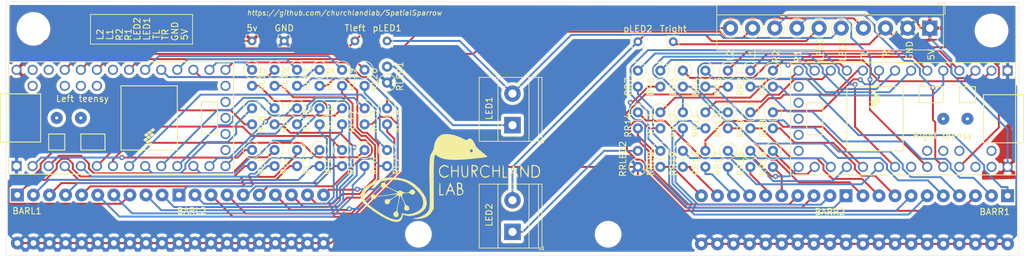
<source format=kicad_pcb>
(kicad_pcb (version 20171130) (host pcbnew 5.1.4+dfsg1-1)
  (layers (0 F.Cu signal) (31 B.Cu signal) (34 B.Paste user) (35 F.Paste user) (36 B.SilkS user) (37 F.SilkS user) (38 B.Mask user) (39 F.Mask user) (44 Edge.Cuts user))
  (net 0 "")
  (net 1 +5V)
  (net 2 GND)
  (net 3 "Net-(BARL1-Pad9)")
  (net 4 "Net-(BARL1-Pad10)")
  (net 5 "Net-(BARL1-Pad8)")
  (net 6 "Net-(BARL1-Pad7)")
  (net 7 "Net-(BARL1-Pad6)")
  (net 8 "Net-(BARL1-Pad5)")
  (net 9 "Net-(BARL1-Pad4)")
  (net 10 "Net-(BARL1-Pad3)")
  (net 11 "Net-(BARL1-Pad2)")
  (net 12 "Net-(BARL1-Pad1)")
  (net 13 "Net-(BARL2-Pad9)")
  (net 14 "Net-(BARL2-Pad10)")
  (net 15 "Net-(BARL2-Pad8)")
  (net 16 "Net-(BARL2-Pad7)")
  (net 17 "Net-(BARL2-Pad6)")
  (net 18 "Net-(BARL2-Pad5)")
  (net 19 "Net-(BARL2-Pad4)")
  (net 20 "Net-(BARL2-Pad3)")
  (net 21 "Net-(BARL2-Pad2)")
  (net 22 "Net-(BARL2-Pad1)")
  (net 23 "Net-(BARR1-Pad9)")
  (net 24 "Net-(BARR1-Pad10)")
  (net 25 "Net-(BARR1-Pad8)")
  (net 26 "Net-(BARR1-Pad7)")
  (net 27 "Net-(BARR1-Pad6)")
  (net 28 "Net-(BARR1-Pad5)")
  (net 29 "Net-(BARR1-Pad4)")
  (net 30 "Net-(BARR1-Pad3)")
  (net 31 "Net-(BARR1-Pad2)")
  (net 32 "Net-(BARR1-Pad1)")
  (net 33 "Net-(BARR2-Pad9)")
  (net 34 "Net-(BARR2-Pad10)")
  (net 35 "Net-(BARR2-Pad8)")
  (net 36 "Net-(BARR2-Pad7)")
  (net 37 "Net-(BARR2-Pad6)")
  (net 38 "Net-(BARR2-Pad5)")
  (net 39 "Net-(BARR2-Pad4)")
  (net 40 "Net-(BARR2-Pad3)")
  (net 41 "Net-(BARR2-Pad2)")
  (net 42 "Net-(BARR2-Pad1)")
  (net 43 "Net-(D1-Pad2)")
  (net 44 "Net-(D1-Pad1)")
  (net 45 "Net-(D2-Pad2)")
  (net 46 "Net-(D2-Pad1)")
  (net 47 "Net-(J1-Pad10)")
  (net 48 "Net-(J1-Pad9)")
  (net 49 "Net-(J1-Pad8)")
  (net 50 "Net-(J1-Pad7)")
  (net 51 "Net-(J1-Pad4)")
  (net 52 "Net-(J1-Pad3)")
  (net 53 "Net-(RL1-Pad1)")
  (net 54 "Net-(RL2-Pad1)")
  (net 55 "Net-(RL3-Pad1)")
  (net 56 "Net-(RL4-Pad1)")
  (net 57 "Net-(RL5-Pad1)")
  (net 58 "Net-(RL6-Pad1)")
  (net 59 "Net-(RL7-Pad1)")
  (net 60 "Net-(RL8-Pad1)")
  (net 61 "Net-(RL9-Pad1)")
  (net 62 "Net-(RL10-Pad1)")
  (net 63 "Net-(RL12-Pad1)")
  (net 64 "Net-(RL13-Pad1)")
  (net 65 "Net-(RL14-Pad1)")
  (net 66 "Net-(RL15-Pad1)")
  (net 67 "Net-(RL16-Pad1)")
  (net 68 "Net-(RL17-Pad1)")
  (net 69 "Net-(RL18-Pad1)")
  (net 70 "Net-(RL19-Pad1)")
  (net 71 "Net-(RL20-Pad1)")
  (net 72 "Net-(RR1-Pad1)")
  (net 73 "Net-(RR2-Pad1)")
  (net 74 "Net-(RR3-Pad1)")
  (net 75 "Net-(RR4-Pad1)")
  (net 76 "Net-(RR5-Pad1)")
  (net 77 "Net-(RR6-Pad1)")
  (net 78 "Net-(RR7-Pad1)")
  (net 79 "Net-(RR8-Pad1)")
  (net 80 "Net-(RR9-Pad1)")
  (net 81 "Net-(RR10-Pad1)")
  (net 82 "Net-(RR11-Pad1)")
  (net 83 "Net-(RR12-Pad1)")
  (net 84 "Net-(RR13-Pad1)")
  (net 85 "Net-(RR14-Pad1)")
  (net 86 "Net-(RR15-Pad1)")
  (net 87 "Net-(RR16-Pad1)")
  (net 88 "Net-(RR17-Pad1)")
  (net 89 "Net-(RR18-Pad1)")
  (net 90 "Net-(RR19-Pad1)")
  (net 91 "Net-(RR20-Pad1)")
  (net 92 "Net-(RRL11-Pad1)")
  (module Display:HDSP-4830 (layer F.Cu) (at 185.547 51.816 270)
    (fp_text reference BARR1 (at 2.54 2.032 180) (layer F.SilkS))
    (fp_text value HDSP-4830_2)
    (pad 20 thru_hole circle (at 7.62 0 180) (size 2.032 2.032) (drill 0.9144) (layers *.Cu *.Mask) (net 2 GND))
    (pad 19 thru_hole circle (at 7.62 2.54 180) (size 2.032 2.032) (drill 0.9144) (layers *.Cu *.Mask) (net 2 GND))
    (pad 18 thru_hole circle (at 7.62 5.08 180) (size 2.032 2.032) (drill 0.9144) (layers *.Cu *.Mask) (net 2 GND))
    (pad 17 thru_hole circle (at 7.62 7.62 180) (size 2.032 2.032) (drill 0.9144) (layers *.Cu *.Mask) (net 2 GND))
    (pad 9 thru_hole circle (at 0 20.32 180) (size 2.032 2.032) (drill 0.9144) (layers *.Cu *.Mask) (net 23 "Net-(BARR1-Pad9)"))
    (pad 10 thru_hole circle (at 0 22.86 180) (size 2.032 2.032) (drill 0.9144) (layers *.Cu *.Mask) (net 24 "Net-(BARR1-Pad10)"))
    (pad 11 thru_hole circle (at 7.62 22.86 180) (size 2.032 2.032) (drill 0.9144) (layers *.Cu *.Mask) (net 2 GND))
    (pad 12 thru_hole circle (at 7.62 20.32 180) (size 2.032 2.032) (drill 0.9144) (layers *.Cu *.Mask) (net 2 GND))
    (pad 8 thru_hole circle (at 0 17.78 180) (size 2.032 2.032) (drill 0.9144) (layers *.Cu *.Mask) (net 25 "Net-(BARR1-Pad8)"))
    (pad 7 thru_hole circle (at 0 15.24 180) (size 2.032 2.032) (drill 0.9144) (layers *.Cu *.Mask) (net 26 "Net-(BARR1-Pad7)"))
    (pad 6 thru_hole circle (at 0 12.7 180) (size 2.032 2.032) (drill 0.9144) (layers *.Cu *.Mask) (net 27 "Net-(BARR1-Pad6)"))
    (pad 5 thru_hole circle (at 0 10.16 180) (size 2.032 2.032) (drill 0.9144) (layers *.Cu *.Mask) (net 28 "Net-(BARR1-Pad5)"))
    (pad 16 thru_hole circle (at 7.62 10.16 180) (size 2.032 2.032) (drill 0.9144) (layers *.Cu *.Mask) (net 2 GND))
    (pad 15 thru_hole circle (at 7.62 12.7 180) (size 2.032 2.032) (drill 0.9144) (layers *.Cu *.Mask) (net 2 GND))
    (pad 14 thru_hole circle (at 7.62 15.24 180) (size 2.032 2.032) (drill 0.9144) (layers *.Cu *.Mask) (net 2 GND))
    (pad 13 thru_hole circle (at 7.62 17.78 180) (size 2.032 2.032) (drill 0.9144) (layers *.Cu *.Mask) (net 2 GND))
    (pad 4 thru_hole circle (at 0 7.62 180) (size 2.032 2.032) (drill 0.9144) (layers *.Cu *.Mask) (net 29 "Net-(BARR1-Pad4)"))
    (pad 3 thru_hole circle (at 0 5.08 180) (size 2.032 2.032) (drill 0.9144) (layers *.Cu *.Mask) (net 30 "Net-(BARR1-Pad3)"))
    (pad 2 thru_hole circle (at 0 2.54 180) (size 2.032 2.032) (drill 0.9144) (layers *.Cu *.Mask) (net 31 "Net-(BARR1-Pad2)"))
    (pad 1 thru_hole rect (at 0 0 180) (size 2.032 2.032) (drill 0.9144) (layers *.Cu *.Mask) (net 32 "Net-(BARR1-Pad1)"))
  )
  (module Display:HDSP-4830 (layer F.Cu) (at 160.02 51.816 270)
    (fp_text reference BARR2 (at 2.54 2.54 180) (layer F.SilkS))
    (fp_text value HDSP-4830_2)
    (pad 20 thru_hole circle (at 7.62 0 180) (size 2.032 2.032) (drill 0.9144) (layers *.Cu *.Mask) (net 2 GND))
    (pad 19 thru_hole circle (at 7.62 2.54 180) (size 2.032 2.032) (drill 0.9144) (layers *.Cu *.Mask) (net 2 GND))
    (pad 18 thru_hole circle (at 7.62 5.08 180) (size 2.032 2.032) (drill 0.9144) (layers *.Cu *.Mask) (net 2 GND))
    (pad 17 thru_hole circle (at 7.62 7.62 180) (size 2.032 2.032) (drill 0.9144) (layers *.Cu *.Mask) (net 2 GND))
    (pad 9 thru_hole circle (at 0 20.32 180) (size 2.032 2.032) (drill 0.9144) (layers *.Cu *.Mask) (net 33 "Net-(BARR2-Pad9)"))
    (pad 10 thru_hole circle (at 0 22.86 180) (size 2.032 2.032) (drill 0.9144) (layers *.Cu *.Mask) (net 34 "Net-(BARR2-Pad10)"))
    (pad 11 thru_hole circle (at 7.62 22.86 180) (size 2.032 2.032) (drill 0.9144) (layers *.Cu *.Mask) (net 2 GND))
    (pad 12 thru_hole circle (at 7.62 20.32 180) (size 2.032 2.032) (drill 0.9144) (layers *.Cu *.Mask) (net 2 GND))
    (pad 8 thru_hole circle (at 0 17.78 180) (size 2.032 2.032) (drill 0.9144) (layers *.Cu *.Mask) (net 35 "Net-(BARR2-Pad8)"))
    (pad 7 thru_hole circle (at 0 15.24 180) (size 2.032 2.032) (drill 0.9144) (layers *.Cu *.Mask) (net 36 "Net-(BARR2-Pad7)"))
    (pad 6 thru_hole circle (at 0 12.7 180) (size 2.032 2.032) (drill 0.9144) (layers *.Cu *.Mask) (net 37 "Net-(BARR2-Pad6)"))
    (pad 5 thru_hole circle (at 0 10.16 180) (size 2.032 2.032) (drill 0.9144) (layers *.Cu *.Mask) (net 38 "Net-(BARR2-Pad5)"))
    (pad 16 thru_hole circle (at 7.62 10.16 180) (size 2.032 2.032) (drill 0.9144) (layers *.Cu *.Mask) (net 2 GND))
    (pad 15 thru_hole circle (at 7.62 12.7 180) (size 2.032 2.032) (drill 0.9144) (layers *.Cu *.Mask) (net 2 GND))
    (pad 14 thru_hole circle (at 7.62 15.24 180) (size 2.032 2.032) (drill 0.9144) (layers *.Cu *.Mask) (net 2 GND))
    (pad 13 thru_hole circle (at 7.62 17.78 180) (size 2.032 2.032) (drill 0.9144) (layers *.Cu *.Mask) (net 2 GND))
    (pad 4 thru_hole circle (at 0 7.62 180) (size 2.032 2.032) (drill 0.9144) (layers *.Cu *.Mask) (net 39 "Net-(BARR2-Pad4)"))
    (pad 3 thru_hole circle (at 0 5.08 180) (size 2.032 2.032) (drill 0.9144) (layers *.Cu *.Mask) (net 40 "Net-(BARR2-Pad3)"))
    (pad 2 thru_hole circle (at 0 2.54 180) (size 2.032 2.032) (drill 0.9144) (layers *.Cu *.Mask) (net 41 "Net-(BARR2-Pad2)"))
    (pad 1 thru_hole rect (at 0 0 180) (size 2.032 2.032) (drill 0.9144) (layers *.Cu *.Mask) (net 42 "Net-(BARR2-Pad1)"))
  )
  (module Display:HDSP-4830 (layer B.Cu) (at 54.61 51.689 270)
    (fp_text reference BARL2 (at 2.54 -2.032) (layer F.SilkS))
    (fp_text value HDSP-4830_2)
    (pad 20 thru_hole circle (at 7.62 0) (size 2.032 2.032) (drill 0.9144) (layers *.Cu *.Mask) (net 2 GND))
    (pad 19 thru_hole circle (at 7.62 -2.54) (size 2.032 2.032) (drill 0.9144) (layers *.Cu *.Mask) (net 2 GND))
    (pad 18 thru_hole circle (at 7.62 -5.08) (size 2.032 2.032) (drill 0.9144) (layers *.Cu *.Mask) (net 2 GND))
    (pad 17 thru_hole circle (at 7.62 -7.62) (size 2.032 2.032) (drill 0.9144) (layers *.Cu *.Mask) (net 2 GND))
    (pad 9 thru_hole circle (at 0 -20.32) (size 2.032 2.032) (drill 0.9144) (layers *.Cu *.Mask) (net 13 "Net-(BARL2-Pad9)"))
    (pad 10 thru_hole circle (at 0 -22.86) (size 2.032 2.032) (drill 0.9144) (layers *.Cu *.Mask) (net 14 "Net-(BARL2-Pad10)"))
    (pad 11 thru_hole circle (at 7.62 -22.86) (size 2.032 2.032) (drill 0.9144) (layers *.Cu *.Mask) (net 2 GND))
    (pad 12 thru_hole circle (at 7.62 -20.32) (size 2.032 2.032) (drill 0.9144) (layers *.Cu *.Mask) (net 2 GND))
    (pad 8 thru_hole circle (at 0 -17.78) (size 2.032 2.032) (drill 0.9144) (layers *.Cu *.Mask) (net 15 "Net-(BARL2-Pad8)"))
    (pad 7 thru_hole circle (at 0 -15.24) (size 2.032 2.032) (drill 0.9144) (layers *.Cu *.Mask) (net 16 "Net-(BARL2-Pad7)"))
    (pad 6 thru_hole circle (at 0 -12.7) (size 2.032 2.032) (drill 0.9144) (layers *.Cu *.Mask) (net 17 "Net-(BARL2-Pad6)"))
    (pad 5 thru_hole circle (at 0 -10.16) (size 2.032 2.032) (drill 0.9144) (layers *.Cu *.Mask) (net 18 "Net-(BARL2-Pad5)"))
    (pad 16 thru_hole circle (at 7.62 -10.16) (size 2.032 2.032) (drill 0.9144) (layers *.Cu *.Mask) (net 2 GND))
    (pad 15 thru_hole circle (at 7.62 -12.7) (size 2.032 2.032) (drill 0.9144) (layers *.Cu *.Mask) (net 2 GND))
    (pad 14 thru_hole circle (at 7.62 -15.24) (size 2.032 2.032) (drill 0.9144) (layers *.Cu *.Mask) (net 2 GND))
    (pad 13 thru_hole circle (at 7.62 -17.78) (size 2.032 2.032) (drill 0.9144) (layers *.Cu *.Mask) (net 2 GND))
    (pad 4 thru_hole circle (at 0 -7.62) (size 2.032 2.032) (drill 0.9144) (layers *.Cu *.Mask) (net 19 "Net-(BARL2-Pad4)"))
    (pad 3 thru_hole circle (at 0 -5.08) (size 2.032 2.032) (drill 0.9144) (layers *.Cu *.Mask) (net 20 "Net-(BARL2-Pad3)"))
    (pad 2 thru_hole circle (at 0 -2.54) (size 2.032 2.032) (drill 0.9144) (layers *.Cu *.Mask) (net 21 "Net-(BARL2-Pad2)"))
    (pad 1 thru_hole rect (at 0 0) (size 2.032 2.032) (drill 0.9144) (layers *.Cu *.Mask) (net 22 "Net-(BARL2-Pad1)"))
  )
  (module Display:HDSP-4830 (layer B.Cu) (at 29.083 51.689 270)
    (fp_text reference BARL1 (at 2.54 -1.524) (layer F.SilkS))
    (fp_text value HDSP-4830_2)
    (pad 20 thru_hole circle (at 7.62 0) (size 2.032 2.032) (drill 0.9144) (layers *.Cu *.Mask) (net 2 GND))
    (pad 19 thru_hole circle (at 7.62 -2.54) (size 2.032 2.032) (drill 0.9144) (layers *.Cu *.Mask) (net 2 GND))
    (pad 18 thru_hole circle (at 7.62 -5.08) (size 2.032 2.032) (drill 0.9144) (layers *.Cu *.Mask) (net 2 GND))
    (pad 17 thru_hole circle (at 7.62 -7.62) (size 2.032 2.032) (drill 0.9144) (layers *.Cu *.Mask) (net 2 GND))
    (pad 9 thru_hole circle (at 0 -20.32) (size 2.032 2.032) (drill 0.9144) (layers *.Cu *.Mask) (net 3 "Net-(BARL1-Pad9)"))
    (pad 10 thru_hole circle (at 0 -22.86) (size 2.032 2.032) (drill 0.9144) (layers *.Cu *.Mask) (net 4 "Net-(BARL1-Pad10)"))
    (pad 11 thru_hole circle (at 7.62 -22.86) (size 2.032 2.032) (drill 0.9144) (layers *.Cu *.Mask) (net 2 GND))
    (pad 12 thru_hole circle (at 7.62 -20.32) (size 2.032 2.032) (drill 0.9144) (layers *.Cu *.Mask) (net 2 GND))
    (pad 8 thru_hole circle (at 0 -17.78) (size 2.032 2.032) (drill 0.9144) (layers *.Cu *.Mask) (net 5 "Net-(BARL1-Pad8)"))
    (pad 7 thru_hole circle (at 0 -15.24) (size 2.032 2.032) (drill 0.9144) (layers *.Cu *.Mask) (net 6 "Net-(BARL1-Pad7)"))
    (pad 6 thru_hole circle (at 0 -12.7) (size 2.032 2.032) (drill 0.9144) (layers *.Cu *.Mask) (net 7 "Net-(BARL1-Pad6)"))
    (pad 5 thru_hole circle (at 0 -10.16) (size 2.032 2.032) (drill 0.9144) (layers *.Cu *.Mask) (net 8 "Net-(BARL1-Pad5)"))
    (pad 16 thru_hole circle (at 7.62 -10.16) (size 2.032 2.032) (drill 0.9144) (layers *.Cu *.Mask) (net 2 GND))
    (pad 15 thru_hole circle (at 7.62 -12.7) (size 2.032 2.032) (drill 0.9144) (layers *.Cu *.Mask) (net 2 GND))
    (pad 14 thru_hole circle (at 7.62 -15.24) (size 2.032 2.032) (drill 0.9144) (layers *.Cu *.Mask) (net 2 GND))
    (pad 13 thru_hole circle (at 7.62 -17.78) (size 2.032 2.032) (drill 0.9144) (layers *.Cu *.Mask) (net 2 GND))
    (pad 4 thru_hole circle (at 0 -7.62) (size 2.032 2.032) (drill 0.9144) (layers *.Cu *.Mask) (net 9 "Net-(BARL1-Pad4)"))
    (pad 3 thru_hole circle (at 0 -5.08) (size 2.032 2.032) (drill 0.9144) (layers *.Cu *.Mask) (net 10 "Net-(BARL1-Pad3)"))
    (pad 2 thru_hole circle (at 0 -2.54) (size 2.032 2.032) (drill 0.9144) (layers *.Cu *.Mask) (net 11 "Net-(BARL1-Pad2)"))
    (pad 1 thru_hole rect (at 0 0) (size 2.032 2.032) (drill 0.9144) (layers *.Cu *.Mask) (net 12 "Net-(BARL1-Pad1)"))
  )
  (module MountingHole:MountingHole_3.2mm_M3 (layer F.Cu) (at 122.428 57.912)
    (fp_text reference M3_2 hide)
    (fp_text value MountingHole_3.2mm_M3 hide)
    (pad 1 np_thru_hole circle (at 0 0) (size 3.2 3.2) (drill 3.2) (layers *.Cu *.Mask))
  )
  (module MountingHole:MountingHole_3.2mm_M3 (layer F.Cu) (at 92.456 57.912)
    (fp_text reference M3_1 hide)
    (fp_text value MountingHole_3.2mm_M3 hide)
    (pad 1 np_thru_hole circle (at 0 0) (size 3.2 3.2) (drill 3.2) (layers *.Cu *.Mask))
  )
  (module lib:churchland_lab_logo (layer F.Cu) (at 98.044 49.022)
    (fp_text reference G*** hide)
    (fp_text value LOGO hide)
  )
  (module MountingHole:MountingHole_4.3mm_M4 (layer F.Cu) (at 31.623 25.4)
    (fp_text reference M4_1 hide)
    (fp_text value MountingHole_4.3mm_M4 hide)
    (pad 1 np_thru_hole circle (at 0 0) (size 4.3 4.3) (drill 4.3) (layers *.Cu *.Mask))
  )
  (module MountingHole:MountingHole_4.3mm_M4 (layer F.Cu) (at 183.007 25.654)
    (fp_text reference M4_2 hide)
    (fp_text value MountingHole_4.3mm_M4 hide)
    (pad 1 np_thru_hole circle (at 0 0) (size 4.3 4.3) (drill 4.3) (layers *.Cu *.Mask))
  )
  (module lib:Teensy30_31_32_LC (layer F.Cu) (at 45.466 39.497)
    (fp_text reference "Left teensy" (at -6.096 -3.048 180) (layer F.SilkS))
    (fp_text value Teensy3.2 hide)
    (pad 52 thru_hole circle (at -10.16 0) (size 1.9 1.9) (drill 0.5) (layers *.Cu *.Mask))
    (pad 52 thru_hole circle (at -6.35 0) (size 1.9 1.9) (drill 0.5) (layers *.Cu *.Mask))
    (pad 1 thru_hole rect (at -16.51 7.62) (size 1.6 1.6) (drill 1.1) (layers *.Cu *.Mask) (net 2 GND))
    (pad 2 thru_hole circle (at -13.97 7.62) (size 1.6 1.6) (drill 1.1) (layers *.Cu *.Mask) (net 53 "Net-(RL1-Pad1)"))
    (pad 3 thru_hole circle (at -11.43 7.62) (size 1.6 1.6) (drill 1.1) (layers *.Cu *.Mask) (net 54 "Net-(RL2-Pad1)"))
    (pad 4 thru_hole circle (at -8.89 7.62) (size 1.6 1.6) (drill 1.1) (layers *.Cu *.Mask) (net 55 "Net-(RL3-Pad1)"))
    (pad 5 thru_hole circle (at -6.35 7.62) (size 1.6 1.6) (drill 1.1) (layers *.Cu *.Mask) (net 56 "Net-(RL4-Pad1)"))
    (pad 6 thru_hole circle (at -3.81 7.62) (size 1.6 1.6) (drill 1.1) (layers *.Cu *.Mask) (net 57 "Net-(RL5-Pad1)"))
    (pad 7 thru_hole circle (at -1.27 7.62) (size 1.6 1.6) (drill 1.1) (layers *.Cu *.Mask) (net 58 "Net-(RL6-Pad1)"))
    (pad 8 thru_hole circle (at 1.27 7.62) (size 1.6 1.6) (drill 1.1) (layers *.Cu *.Mask) (net 59 "Net-(RL7-Pad1)"))
    (pad 9 thru_hole circle (at 3.81 7.62) (size 1.6 1.6) (drill 1.1) (layers *.Cu *.Mask) (net 60 "Net-(RL8-Pad1)"))
    (pad 10 thru_hole circle (at 6.35 7.62) (size 1.6 1.6) (drill 1.1) (layers *.Cu *.Mask) (net 61 "Net-(RL9-Pad1)"))
    (pad 11 thru_hole circle (at 8.89 7.62) (size 1.6 1.6) (drill 1.1) (layers *.Cu *.Mask) (net 62 "Net-(RL10-Pad1)"))
    (pad 12 thru_hole circle (at 11.43 7.62) (size 1.6 1.6) (drill 1.1) (layers *.Cu *.Mask) (net 92 "Net-(RRL11-Pad1)"))
    (pad 13 thru_hole circle (at 13.97 7.62) (size 1.6 1.6) (drill 1.1) (layers *.Cu *.Mask) (net 63 "Net-(RL12-Pad1)"))
    (pad 37 thru_hole circle (at -3.81 -5.08) (size 1.6 1.6) (drill 1.1) (layers *.Cu *.Mask))
    (pad 36 thru_hole circle (at -6.35 -5.08) (size 1.6 1.6) (drill 1.1) (layers *.Cu *.Mask))
    (pad 35 thru_hole circle (at -8.89 -5.08) (size 1.6 1.6) (drill 1.1) (layers *.Cu *.Mask))
    (pad 34 thru_hole circle (at -13.97 -5.08) (size 1.6 1.6) (drill 1.1) (layers *.Cu *.Mask))
    (pad 33 thru_hole circle (at -16.51 -7.62) (size 1.6 1.6) (drill 1.1) (layers *.Cu *.Mask) (net 1 +5V))
    (pad 32 thru_hole circle (at -13.97 -7.62) (size 1.6 1.6) (drill 1.1) (layers *.Cu *.Mask))
    (pad 31 thru_hole circle (at -11.43 -7.62) (size 1.6 1.6) (drill 1.1) (layers *.Cu *.Mask))
    (pad 30 thru_hole circle (at -8.89 -7.62) (size 1.6 1.6) (drill 1.1) (layers *.Cu *.Mask) (net 51 "Net-(J1-Pad4)"))
    (pad 29 thru_hole circle (at -6.35 -7.62) (size 1.6 1.6) (drill 1.1) (layers *.Cu *.Mask) (net 47 "Net-(J1-Pad10)"))
    (pad 28 thru_hole circle (at -3.81 -7.62) (size 1.6 1.6) (drill 1.1) (layers *.Cu *.Mask) (net 48 "Net-(J1-Pad9)"))
    (pad 27 thru_hole circle (at -1.27 -7.62) (size 1.6 1.6) (drill 1.1) (layers *.Cu *.Mask))
    (pad 26 thru_hole circle (at 1.27 -7.62) (size 1.6 1.6) (drill 1.1) (layers *.Cu *.Mask) (net 71 "Net-(RL20-Pad1)"))
    (pad 25 thru_hole circle (at 3.81 -7.62) (size 1.6 1.6) (drill 1.1) (layers *.Cu *.Mask) (net 70 "Net-(RL19-Pad1)"))
    (pad 24 thru_hole circle (at 6.35 -7.62) (size 1.6 1.6) (drill 1.1) (layers *.Cu *.Mask) (net 69 "Net-(RL18-Pad1)"))
    (pad 23 thru_hole circle (at 8.89 -7.62) (size 1.6 1.6) (drill 1.1) (layers *.Cu *.Mask) (net 68 "Net-(RL17-Pad1)"))
    (pad 22 thru_hole circle (at 11.43 -7.62) (size 1.6 1.6) (drill 1.1) (layers *.Cu *.Mask) (net 67 "Net-(RL16-Pad1)"))
    (pad 21 thru_hole circle (at 13.97 -7.62) (size 1.6 1.6) (drill 1.1) (layers *.Cu *.Mask) (net 66 "Net-(RL15-Pad1)"))
    (pad 14 thru_hole circle (at 16.51 7.62) (size 1.6 1.6) (drill 1.1) (layers *.Cu *.Mask) (net 64 "Net-(RL13-Pad1)"))
    (pad 15 thru_hole circle (at 16.51 5.08) (size 1.6 1.6) (drill 1.1) (layers *.Cu *.Mask))
    (pad 16 thru_hole circle (at 16.51 2.54) (size 1.6 1.6) (drill 1.1) (layers *.Cu *.Mask))
    (pad 20 thru_hole circle (at 16.51 -7.62) (size 1.6 1.6) (drill 1.1) (layers *.Cu *.Mask) (net 65 "Net-(RL14-Pad1)"))
    (pad 19 thru_hole circle (at 16.51 -5.08) (size 1.6 1.6) (drill 1.1) (layers *.Cu *.Mask))
    (pad 18 thru_hole circle (at 16.51 -2.54) (size 1.6 1.6) (drill 1.1) (layers *.Cu *.Mask))
    (pad 17 thru_hole circle (at 16.51 0) (size 1.6 1.6) (drill 1.1) (layers *.Cu *.Mask))
  )
  (module lib:Teensy30_31_32_LC (layer F.Cu) (at 169.037 39.624 180)
    (fp_text reference "Right teensy" (at -6.223 -2.667) (layer F.SilkS))
    (fp_text value Teensy3.2 hide)
    (pad 52 thru_hole circle (at -10.16 0 180) (size 1.9 1.9) (drill 0.5) (layers *.Cu *.Mask))
    (pad 52 thru_hole circle (at -6.35 0 180) (size 1.9 1.9) (drill 0.5) (layers *.Cu *.Mask))
    (pad 1 thru_hole rect (at -16.51 7.62 180) (size 1.6 1.6) (drill 1.1) (layers *.Cu *.Mask) (net 2 GND))
    (pad 2 thru_hole circle (at -13.97 7.62 180) (size 1.6 1.6) (drill 1.1) (layers *.Cu *.Mask) (net 72 "Net-(RR1-Pad1)"))
    (pad 3 thru_hole circle (at -11.43 7.62 180) (size 1.6 1.6) (drill 1.1) (layers *.Cu *.Mask) (net 73 "Net-(RR2-Pad1)"))
    (pad 4 thru_hole circle (at -8.89 7.62 180) (size 1.6 1.6) (drill 1.1) (layers *.Cu *.Mask) (net 74 "Net-(RR3-Pad1)"))
    (pad 5 thru_hole circle (at -6.35 7.62 180) (size 1.6 1.6) (drill 1.1) (layers *.Cu *.Mask) (net 75 "Net-(RR4-Pad1)"))
    (pad 6 thru_hole circle (at -3.81 7.62 180) (size 1.6 1.6) (drill 1.1) (layers *.Cu *.Mask) (net 76 "Net-(RR5-Pad1)"))
    (pad 7 thru_hole circle (at -1.27 7.62 180) (size 1.6 1.6) (drill 1.1) (layers *.Cu *.Mask) (net 77 "Net-(RR6-Pad1)"))
    (pad 8 thru_hole circle (at 1.27 7.62 180) (size 1.6 1.6) (drill 1.1) (layers *.Cu *.Mask) (net 78 "Net-(RR7-Pad1)"))
    (pad 9 thru_hole circle (at 3.81 7.62 180) (size 1.6 1.6) (drill 1.1) (layers *.Cu *.Mask) (net 79 "Net-(RR8-Pad1)"))
    (pad 10 thru_hole circle (at 6.35 7.62 180) (size 1.6 1.6) (drill 1.1) (layers *.Cu *.Mask) (net 80 "Net-(RR9-Pad1)"))
    (pad 11 thru_hole circle (at 8.89 7.62 180) (size 1.6 1.6) (drill 1.1) (layers *.Cu *.Mask) (net 81 "Net-(RR10-Pad1)"))
    (pad 12 thru_hole circle (at 11.43 7.62 180) (size 1.6 1.6) (drill 1.1) (layers *.Cu *.Mask) (net 82 "Net-(RR11-Pad1)"))
    (pad 13 thru_hole circle (at 13.97 7.62 180) (size 1.6 1.6) (drill 1.1) (layers *.Cu *.Mask) (net 83 "Net-(RR12-Pad1)"))
    (pad 37 thru_hole circle (at -3.81 -5.08 180) (size 1.6 1.6) (drill 1.1) (layers *.Cu *.Mask))
    (pad 36 thru_hole circle (at -6.35 -5.08 180) (size 1.6 1.6) (drill 1.1) (layers *.Cu *.Mask))
    (pad 35 thru_hole circle (at -8.89 -5.08 180) (size 1.6 1.6) (drill 1.1) (layers *.Cu *.Mask))
    (pad 34 thru_hole circle (at -13.97 -5.08 180) (size 1.6 1.6) (drill 1.1) (layers *.Cu *.Mask))
    (pad 33 thru_hole circle (at -16.51 -7.62 180) (size 1.6 1.6) (drill 1.1) (layers *.Cu *.Mask) (net 1 +5V))
    (pad 32 thru_hole circle (at -13.97 -7.62 180) (size 1.6 1.6) (drill 1.1) (layers *.Cu *.Mask))
    (pad 31 thru_hole circle (at -11.43 -7.62 180) (size 1.6 1.6) (drill 1.1) (layers *.Cu *.Mask))
    (pad 30 thru_hole circle (at -8.89 -7.62 180) (size 1.6 1.6) (drill 1.1) (layers *.Cu *.Mask) (net 52 "Net-(J1-Pad3)"))
    (pad 29 thru_hole circle (at -6.35 -7.62 180) (size 1.6 1.6) (drill 1.1) (layers *.Cu *.Mask) (net 49 "Net-(J1-Pad8)"))
    (pad 28 thru_hole circle (at -3.81 -7.62 180) (size 1.6 1.6) (drill 1.1) (layers *.Cu *.Mask) (net 50 "Net-(J1-Pad7)"))
    (pad 27 thru_hole circle (at -1.27 -7.62 180) (size 1.6 1.6) (drill 1.1) (layers *.Cu *.Mask))
    (pad 26 thru_hole circle (at 1.27 -7.62 180) (size 1.6 1.6) (drill 1.1) (layers *.Cu *.Mask) (net 91 "Net-(RR20-Pad1)"))
    (pad 25 thru_hole circle (at 3.81 -7.62 180) (size 1.6 1.6) (drill 1.1) (layers *.Cu *.Mask) (net 90 "Net-(RR19-Pad1)"))
    (pad 24 thru_hole circle (at 6.35 -7.62 180) (size 1.6 1.6) (drill 1.1) (layers *.Cu *.Mask) (net 89 "Net-(RR18-Pad1)"))
    (pad 23 thru_hole circle (at 8.89 -7.62 180) (size 1.6 1.6) (drill 1.1) (layers *.Cu *.Mask) (net 88 "Net-(RR17-Pad1)"))
    (pad 22 thru_hole circle (at 11.43 -7.62 180) (size 1.6 1.6) (drill 1.1) (layers *.Cu *.Mask) (net 87 "Net-(RR16-Pad1)"))
    (pad 21 thru_hole circle (at 13.97 -7.62 180) (size 1.6 1.6) (drill 1.1) (layers *.Cu *.Mask) (net 86 "Net-(RR15-Pad1)"))
    (pad 14 thru_hole circle (at 16.51 7.62 180) (size 1.6 1.6) (drill 1.1) (layers *.Cu *.Mask) (net 84 "Net-(RR13-Pad1)"))
    (pad 15 thru_hole circle (at 16.51 5.08 180) (size 1.6 1.6) (drill 1.1) (layers *.Cu *.Mask))
    (pad 16 thru_hole circle (at 16.51 2.54 180) (size 1.6 1.6) (drill 1.1) (layers *.Cu *.Mask))
    (pad 20 thru_hole circle (at 16.51 -7.62 180) (size 1.6 1.6) (drill 1.1) (layers *.Cu *.Mask) (net 85 "Net-(RR14-Pad1)"))
    (pad 19 thru_hole circle (at 16.51 -5.08 180) (size 1.6 1.6) (drill 1.1) (layers *.Cu *.Mask))
    (pad 18 thru_hole circle (at 16.51 -2.54 180) (size 1.6 1.6) (drill 1.1) (layers *.Cu *.Mask))
    (pad 17 thru_hole circle (at 16.51 0 180) (size 1.6 1.6) (drill 1.1) (layers *.Cu *.Mask))
  )
  (module Resistor_THT:R_Axial_DIN0207_L6.3mm_D2.5mm_P2.54mm_Vertical (layer F.Cu) (at 127.127 47.244 90)
    (fp_text reference RRLED2 (at 1.27 -2.37 90) (layer F.SilkS))
    (fp_text value R)
    (pad 2 thru_hole oval (at 2.54 0 90) (size 1.6 1.6) (drill 0.8) (layers *.Cu *.Mask) (net 46 "Net-(D2-Pad1)"))
    (pad 1 thru_hole circle (at 0 0 90) (size 1.6 1.6) (drill 0.8) (layers *.Cu *.Mask) (net 2 GND))
  )
  (module Resistor_THT:R_Axial_DIN0207_L6.3mm_D2.5mm_P2.54mm_Vertical (layer F.Cu) (at 76.835 37.973 270)
    (fp_text reference RL11 (at 1.524 -1.524 90) (layer F.SilkS))
    (fp_text value R)
    (pad 2 thru_hole oval (at 2.54 0 270) (size 1.6 1.6) (drill 0.8) (layers *.Cu *.Mask) (net 22 "Net-(BARL2-Pad1)"))
    (pad 1 thru_hole circle (at 0 0 270) (size 1.6 1.6) (drill 0.8) (layers *.Cu *.Mask) (net 92 "Net-(RRL11-Pad1)"))
  )
  (module Resistor_THT:R_Axial_DIN0207_L6.3mm_D2.5mm_P2.54mm_Vertical (layer F.Cu) (at 130.683 44.704 270)
    (fp_text reference RR20 (at 2.032 1.524 90) (layer F.SilkS))
    (fp_text value R)
    (pad 2 thru_hole oval (at 2.54 0 270) (size 1.6 1.6) (drill 0.8) (layers *.Cu *.Mask) (net 34 "Net-(BARR2-Pad10)"))
    (pad 1 thru_hole circle (at 0 0 270) (size 1.6 1.6) (drill 0.8) (layers *.Cu *.Mask) (net 91 "Net-(RR20-Pad1)"))
  )
  (module Resistor_THT:R_Axial_DIN0207_L6.3mm_D2.5mm_P2.54mm_Vertical (layer F.Cu) (at 134.239 44.704 270)
    (fp_text reference RR19 (at 2.032 1.524 90) (layer F.SilkS))
    (fp_text value R)
    (pad 2 thru_hole oval (at 2.54 0 270) (size 1.6 1.6) (drill 0.8) (layers *.Cu *.Mask) (net 33 "Net-(BARR2-Pad9)"))
    (pad 1 thru_hole circle (at 0 0 270) (size 1.6 1.6) (drill 0.8) (layers *.Cu *.Mask) (net 90 "Net-(RR19-Pad1)"))
  )
  (module Resistor_THT:R_Axial_DIN0207_L6.3mm_D2.5mm_P2.54mm_Vertical (layer F.Cu) (at 137.795 44.704 270)
    (fp_text reference RR18 (at 2.032 1.524 90) (layer F.SilkS))
    (fp_text value R)
    (pad 2 thru_hole oval (at 2.54 0 270) (size 1.6 1.6) (drill 0.8) (layers *.Cu *.Mask) (net 35 "Net-(BARR2-Pad8)"))
    (pad 1 thru_hole circle (at 0 0 270) (size 1.6 1.6) (drill 0.8) (layers *.Cu *.Mask) (net 89 "Net-(RR18-Pad1)"))
  )
  (module Resistor_THT:R_Axial_DIN0207_L6.3mm_D2.5mm_P2.54mm_Vertical (layer F.Cu) (at 141.351 44.704 270)
    (fp_text reference RR17 (at 2.032 1.524 90) (layer F.SilkS))
    (fp_text value R)
    (pad 2 thru_hole oval (at 2.54 0 270) (size 1.6 1.6) (drill 0.8) (layers *.Cu *.Mask) (net 36 "Net-(BARR2-Pad7)"))
    (pad 1 thru_hole circle (at 0 0 270) (size 1.6 1.6) (drill 0.8) (layers *.Cu *.Mask) (net 88 "Net-(RR17-Pad1)"))
  )
  (module Resistor_THT:R_Axial_DIN0207_L6.3mm_D2.5mm_P2.54mm_Vertical (layer F.Cu) (at 144.907 44.704 270)
    (fp_text reference RR16 (at 2.032 1.524 90) (layer F.SilkS))
    (fp_text value R)
    (pad 2 thru_hole oval (at 2.54 0 270) (size 1.6 1.6) (drill 0.8) (layers *.Cu *.Mask) (net 37 "Net-(BARR2-Pad6)"))
    (pad 1 thru_hole circle (at 0 0 270) (size 1.6 1.6) (drill 0.8) (layers *.Cu *.Mask) (net 87 "Net-(RR16-Pad1)"))
  )
  (module Resistor_THT:R_Axial_DIN0207_L6.3mm_D2.5mm_P2.54mm_Vertical (layer F.Cu) (at 148.463 44.704 270)
    (fp_text reference RR15 (at 2.032 1.524 90) (layer F.SilkS))
    (fp_text value R)
    (pad 2 thru_hole oval (at 2.54 0 270) (size 1.6 1.6) (drill 0.8) (layers *.Cu *.Mask) (net 38 "Net-(BARR2-Pad5)"))
    (pad 1 thru_hole circle (at 0 0 270) (size 1.6 1.6) (drill 0.8) (layers *.Cu *.Mask) (net 86 "Net-(RR15-Pad1)"))
  )
  (module Resistor_THT:R_Axial_DIN0207_L6.3mm_D2.5mm_P2.54mm_Vertical (layer F.Cu) (at 127.127 38.608 270)
    (fp_text reference RR14 (at 2.032 1.524 90) (layer F.SilkS))
    (fp_text value R)
    (pad 2 thru_hole oval (at 2.54 0 270) (size 1.6 1.6) (drill 0.8) (layers *.Cu *.Mask) (net 39 "Net-(BARR2-Pad4)"))
    (pad 1 thru_hole circle (at 0 0 270) (size 1.6 1.6) (drill 0.8) (layers *.Cu *.Mask) (net 85 "Net-(RR14-Pad1)"))
  )
  (module Resistor_THT:R_Axial_DIN0207_L6.3mm_D2.5mm_P2.54mm_Vertical (layer F.Cu) (at 130.683 38.608 270)
    (fp_text reference RR13 (at 2.032 1.524 90) (layer F.SilkS))
    (fp_text value R)
    (pad 2 thru_hole oval (at 2.54 0 270) (size 1.6 1.6) (drill 0.8) (layers *.Cu *.Mask) (net 40 "Net-(BARR2-Pad3)"))
    (pad 1 thru_hole circle (at 0 0 270) (size 1.6 1.6) (drill 0.8) (layers *.Cu *.Mask) (net 84 "Net-(RR13-Pad1)"))
  )
  (module Resistor_THT:R_Axial_DIN0207_L6.3mm_D2.5mm_P2.54mm_Vertical (layer F.Cu) (at 134.239 38.608 270)
    (fp_text reference RR12 (at 2.032 1.524 90) (layer F.SilkS))
    (fp_text value R)
    (pad 2 thru_hole oval (at 2.54 0 270) (size 1.6 1.6) (drill 0.8) (layers *.Cu *.Mask) (net 41 "Net-(BARR2-Pad2)"))
    (pad 1 thru_hole circle (at 0 0 270) (size 1.6 1.6) (drill 0.8) (layers *.Cu *.Mask) (net 83 "Net-(RR12-Pad1)"))
  )
  (module Resistor_THT:R_Axial_DIN0207_L6.3mm_D2.5mm_P2.54mm_Vertical (layer F.Cu) (at 137.795 38.608 270)
    (fp_text reference RR11 (at 2.032 1.524 90) (layer F.SilkS))
    (fp_text value R)
    (pad 2 thru_hole oval (at 2.54 0 270) (size 1.6 1.6) (drill 0.8) (layers *.Cu *.Mask) (net 42 "Net-(BARR2-Pad1)"))
    (pad 1 thru_hole circle (at 0 0 270) (size 1.6 1.6) (drill 0.8) (layers *.Cu *.Mask) (net 82 "Net-(RR11-Pad1)"))
  )
  (module Resistor_THT:R_Axial_DIN0207_L6.3mm_D2.5mm_P2.54mm_Vertical (layer F.Cu) (at 141.351 38.608 270)
    (fp_text reference RR10 (at 2.032 1.524 90) (layer F.SilkS))
    (fp_text value R)
    (pad 2 thru_hole oval (at 2.54 0 270) (size 1.6 1.6) (drill 0.8) (layers *.Cu *.Mask) (net 24 "Net-(BARR1-Pad10)"))
    (pad 1 thru_hole circle (at 0 0 270) (size 1.6 1.6) (drill 0.8) (layers *.Cu *.Mask) (net 81 "Net-(RR10-Pad1)"))
  )
  (module Resistor_THT:R_Axial_DIN0207_L6.3mm_D2.5mm_P2.54mm_Vertical (layer F.Cu) (at 144.907 38.608 270)
    (fp_text reference RR9 (at 2.54 1.524 90) (layer F.SilkS))
    (fp_text value R)
    (pad 2 thru_hole oval (at 2.54 0 270) (size 1.6 1.6) (drill 0.8) (layers *.Cu *.Mask) (net 23 "Net-(BARR1-Pad9)"))
    (pad 1 thru_hole circle (at 0 0 270) (size 1.6 1.6) (drill 0.8) (layers *.Cu *.Mask) (net 80 "Net-(RR9-Pad1)"))
  )
  (module Resistor_THT:R_Axial_DIN0207_L6.3mm_D2.5mm_P2.54mm_Vertical (layer F.Cu) (at 148.463 38.608 270)
    (fp_text reference RR8 (at 2.54 1.524 90) (layer F.SilkS))
    (fp_text value R)
    (pad 2 thru_hole oval (at 2.54 0 270) (size 1.6 1.6) (drill 0.8) (layers *.Cu *.Mask) (net 25 "Net-(BARR1-Pad8)"))
    (pad 1 thru_hole circle (at 0 0 270) (size 1.6 1.6) (drill 0.8) (layers *.Cu *.Mask) (net 79 "Net-(RR8-Pad1)"))
  )
  (module Resistor_THT:R_Axial_DIN0207_L6.3mm_D2.5mm_P2.54mm_Vertical (layer F.Cu) (at 127.127 32.004 270)
    (fp_text reference RR7 (at 2.54 1.524 90) (layer F.SilkS))
    (fp_text value R)
    (pad 2 thru_hole oval (at 2.54 0 270) (size 1.6 1.6) (drill 0.8) (layers *.Cu *.Mask) (net 26 "Net-(BARR1-Pad7)"))
    (pad 1 thru_hole circle (at 0 0 270) (size 1.6 1.6) (drill 0.8) (layers *.Cu *.Mask) (net 78 "Net-(RR7-Pad1)"))
  )
  (module Resistor_THT:R_Axial_DIN0207_L6.3mm_D2.5mm_P2.54mm_Vertical (layer F.Cu) (at 130.683 32.004 270)
    (fp_text reference RR6 (at 2.54 1.524 90) (layer F.SilkS))
    (fp_text value R)
    (pad 2 thru_hole oval (at 2.54 0 270) (size 1.6 1.6) (drill 0.8) (layers *.Cu *.Mask) (net 27 "Net-(BARR1-Pad6)"))
    (pad 1 thru_hole circle (at 0 0 270) (size 1.6 1.6) (drill 0.8) (layers *.Cu *.Mask) (net 77 "Net-(RR6-Pad1)"))
  )
  (module Resistor_THT:R_Axial_DIN0207_L6.3mm_D2.5mm_P2.54mm_Vertical (layer F.Cu) (at 134.239 32.004 270)
    (fp_text reference RR5 (at 2.54 1.524 90) (layer F.SilkS))
    (fp_text value R)
    (pad 2 thru_hole oval (at 2.54 0 270) (size 1.6 1.6) (drill 0.8) (layers *.Cu *.Mask) (net 28 "Net-(BARR1-Pad5)"))
    (pad 1 thru_hole circle (at 0 0 270) (size 1.6 1.6) (drill 0.8) (layers *.Cu *.Mask) (net 76 "Net-(RR5-Pad1)"))
  )
  (module Resistor_THT:R_Axial_DIN0207_L6.3mm_D2.5mm_P2.54mm_Vertical (layer F.Cu) (at 137.795 32.004 270)
    (fp_text reference RR4 (at 2.54 1.524 90) (layer F.SilkS))
    (fp_text value R)
    (pad 2 thru_hole oval (at 2.54 0 270) (size 1.6 1.6) (drill 0.8) (layers *.Cu *.Mask) (net 29 "Net-(BARR1-Pad4)"))
    (pad 1 thru_hole circle (at 0 0 270) (size 1.6 1.6) (drill 0.8) (layers *.Cu *.Mask) (net 75 "Net-(RR4-Pad1)"))
  )
  (module Resistor_THT:R_Axial_DIN0207_L6.3mm_D2.5mm_P2.54mm_Vertical (layer F.Cu) (at 141.351 32.004 270)
    (fp_text reference RR3 (at 2.54 1.524 90) (layer F.SilkS))
    (fp_text value R)
    (pad 2 thru_hole oval (at 2.54 0 270) (size 1.6 1.6) (drill 0.8) (layers *.Cu *.Mask) (net 30 "Net-(BARR1-Pad3)"))
    (pad 1 thru_hole circle (at 0 0 270) (size 1.6 1.6) (drill 0.8) (layers *.Cu *.Mask) (net 74 "Net-(RR3-Pad1)"))
  )
  (module Resistor_THT:R_Axial_DIN0207_L6.3mm_D2.5mm_P2.54mm_Vertical (layer F.Cu) (at 144.907 32.004 270)
    (fp_text reference RR2 (at 2.54 1.524 90) (layer F.SilkS))
    (fp_text value R)
    (pad 2 thru_hole oval (at 2.54 0 270) (size 1.6 1.6) (drill 0.8) (layers *.Cu *.Mask) (net 31 "Net-(BARR1-Pad2)"))
    (pad 1 thru_hole circle (at 0 0 270) (size 1.6 1.6) (drill 0.8) (layers *.Cu *.Mask) (net 73 "Net-(RR2-Pad1)"))
  )
  (module Resistor_THT:R_Axial_DIN0207_L6.3mm_D2.5mm_P2.54mm_Vertical (layer F.Cu) (at 148.463 32.004 270)
    (fp_text reference RR1 (at 2.54 1.524 90) (layer F.SilkS))
    (fp_text value R)
    (pad 2 thru_hole oval (at 2.54 0 270) (size 1.6 1.6) (drill 0.8) (layers *.Cu *.Mask) (net 32 "Net-(BARR1-Pad1)"))
    (pad 1 thru_hole circle (at 0 0 270) (size 1.6 1.6) (drill 0.8) (layers *.Cu *.Mask) (net 72 "Net-(RR1-Pad1)"))
  )
  (module Resistor_THT:R_Axial_DIN0207_L6.3mm_D2.5mm_P2.54mm_Vertical (layer F.Cu) (at 87.503 33.909 90)
    (fp_text reference RLED1 (at 1.016 2.032 90) (layer F.SilkS))
    (fp_text value R)
    (pad 2 thru_hole oval (at 2.54 0 90) (size 1.6 1.6) (drill 0.8) (layers *.Cu *.Mask) (net 44 "Net-(D1-Pad1)"))
    (pad 1 thru_hole circle (at 0 0 90) (size 1.6 1.6) (drill 0.8) (layers *.Cu *.Mask) (net 2 GND))
  )
  (module Resistor_THT:R_Axial_DIN0207_L6.3mm_D2.5mm_P2.54mm_Vertical (layer F.Cu) (at 83.947 31.877 270)
    (fp_text reference RL20 (at 1.524 -1.524 90) (layer F.SilkS))
    (fp_text value R)
    (pad 2 thru_hole oval (at 2.54 0 270) (size 1.6 1.6) (drill 0.8) (layers *.Cu *.Mask) (net 14 "Net-(BARL2-Pad10)"))
    (pad 1 thru_hole circle (at 0 0 270) (size 1.6 1.6) (drill 0.8) (layers *.Cu *.Mask) (net 71 "Net-(RL20-Pad1)"))
  )
  (module Resistor_THT:R_Axial_DIN0207_L6.3mm_D2.5mm_P2.54mm_Vertical (layer F.Cu) (at 80.391 31.877 270)
    (fp_text reference RL19 (at 1.524 -1.524 90) (layer F.SilkS))
    (fp_text value R)
    (pad 2 thru_hole oval (at 2.54 0 270) (size 1.6 1.6) (drill 0.8) (layers *.Cu *.Mask) (net 13 "Net-(BARL2-Pad9)"))
    (pad 1 thru_hole circle (at 0 0 270) (size 1.6 1.6) (drill 0.8) (layers *.Cu *.Mask) (net 70 "Net-(RL19-Pad1)"))
  )
  (module Resistor_THT:R_Axial_DIN0207_L6.3mm_D2.5mm_P2.54mm_Vertical (layer F.Cu) (at 76.835 31.877 270)
    (fp_text reference RL18 (at 1.524 -1.524 90) (layer F.SilkS))
    (fp_text value R)
    (pad 2 thru_hole oval (at 2.54 0 270) (size 1.6 1.6) (drill 0.8) (layers *.Cu *.Mask) (net 15 "Net-(BARL2-Pad8)"))
    (pad 1 thru_hole circle (at 0 0 270) (size 1.6 1.6) (drill 0.8) (layers *.Cu *.Mask) (net 69 "Net-(RL18-Pad1)"))
  )
  (module Resistor_THT:R_Axial_DIN0207_L6.3mm_D2.5mm_P2.54mm_Vertical (layer F.Cu) (at 73.279 31.877 270)
    (fp_text reference RL17 (at 1.524 -1.524 90) (layer F.SilkS))
    (fp_text value R)
    (pad 2 thru_hole oval (at 2.54 0 270) (size 1.6 1.6) (drill 0.8) (layers *.Cu *.Mask) (net 16 "Net-(BARL2-Pad7)"))
    (pad 1 thru_hole circle (at 0 0 270) (size 1.6 1.6) (drill 0.8) (layers *.Cu *.Mask) (net 68 "Net-(RL17-Pad1)"))
  )
  (module Resistor_THT:R_Axial_DIN0207_L6.3mm_D2.5mm_P2.54mm_Vertical (layer F.Cu) (at 69.723 31.877 270)
    (fp_text reference RL16 (at 1.524 -1.524 90) (layer F.SilkS))
    (fp_text value R)
    (pad 2 thru_hole oval (at 2.54 0 270) (size 1.6 1.6) (drill 0.8) (layers *.Cu *.Mask) (net 17 "Net-(BARL2-Pad6)"))
    (pad 1 thru_hole circle (at 0 0 270) (size 1.6 1.6) (drill 0.8) (layers *.Cu *.Mask) (net 67 "Net-(RL16-Pad1)"))
  )
  (module Resistor_THT:R_Axial_DIN0207_L6.3mm_D2.5mm_P2.54mm_Vertical (layer F.Cu) (at 66.167 31.877 270)
    (fp_text reference RL15 (at 1.524 -1.524 90) (layer F.SilkS))
    (fp_text value R)
    (pad 2 thru_hole oval (at 2.54 0 270) (size 1.6 1.6) (drill 0.8) (layers *.Cu *.Mask) (net 18 "Net-(BARL2-Pad5)"))
    (pad 1 thru_hole circle (at 0 0 270) (size 1.6 1.6) (drill 0.8) (layers *.Cu *.Mask) (net 66 "Net-(RL15-Pad1)"))
  )
  (module Resistor_THT:R_Axial_DIN0207_L6.3mm_D2.5mm_P2.54mm_Vertical (layer F.Cu) (at 87.503 37.973 270)
    (fp_text reference RL14 (at 2.032 -1.524 90) (layer F.SilkS))
    (fp_text value R)
    (pad 2 thru_hole oval (at 2.54 0 270) (size 1.6 1.6) (drill 0.8) (layers *.Cu *.Mask) (net 19 "Net-(BARL2-Pad4)"))
    (pad 1 thru_hole circle (at 0 0 270) (size 1.6 1.6) (drill 0.8) (layers *.Cu *.Mask) (net 65 "Net-(RL14-Pad1)"))
  )
  (module Resistor_THT:R_Axial_DIN0207_L6.3mm_D2.5mm_P2.54mm_Vertical (layer F.Cu) (at 83.947 37.973 270)
    (fp_text reference RL13 (at 2.032 -1.524 90) (layer F.SilkS))
    (fp_text value R)
    (pad 2 thru_hole oval (at 2.54 0 270) (size 1.6 1.6) (drill 0.8) (layers *.Cu *.Mask) (net 20 "Net-(BARL2-Pad3)"))
    (pad 1 thru_hole circle (at 0 0 270) (size 1.6 1.6) (drill 0.8) (layers *.Cu *.Mask) (net 64 "Net-(RL13-Pad1)"))
  )
  (module Resistor_THT:R_Axial_DIN0207_L6.3mm_D2.5mm_P2.54mm_Vertical (layer F.Cu) (at 80.391 37.973 270)
    (fp_text reference RL12 (at 2.032 -1.524 90) (layer F.SilkS))
    (fp_text value R)
    (pad 2 thru_hole oval (at 2.54 0 270) (size 1.6 1.6) (drill 0.8) (layers *.Cu *.Mask) (net 21 "Net-(BARL2-Pad2)"))
    (pad 1 thru_hole circle (at 0 0 270) (size 1.6 1.6) (drill 0.8) (layers *.Cu *.Mask) (net 63 "Net-(RL12-Pad1)"))
  )
  (module Resistor_THT:R_Axial_DIN0207_L6.3mm_D2.5mm_P2.54mm_Vertical (layer F.Cu) (at 73.279 37.973 270)
    (fp_text reference RL10 (at 2.032 -1.524 90) (layer F.SilkS))
    (fp_text value R)
    (pad 2 thru_hole oval (at 2.54 0 270) (size 1.6 1.6) (drill 0.8) (layers *.Cu *.Mask) (net 4 "Net-(BARL1-Pad10)"))
    (pad 1 thru_hole circle (at 0 0 270) (size 1.6 1.6) (drill 0.8) (layers *.Cu *.Mask) (net 62 "Net-(RL10-Pad1)"))
  )
  (module Resistor_THT:R_Axial_DIN0207_L6.3mm_D2.5mm_P2.54mm_Vertical (layer F.Cu) (at 69.723 37.973 270)
    (fp_text reference RL9 (at 2.54 -1.524 90) (layer F.SilkS))
    (fp_text value R)
    (pad 2 thru_hole oval (at 2.54 0 270) (size 1.6 1.6) (drill 0.8) (layers *.Cu *.Mask) (net 3 "Net-(BARL1-Pad9)"))
    (pad 1 thru_hole circle (at 0 0 270) (size 1.6 1.6) (drill 0.8) (layers *.Cu *.Mask) (net 61 "Net-(RL9-Pad1)"))
  )
  (module Resistor_THT:R_Axial_DIN0207_L6.3mm_D2.5mm_P2.54mm_Vertical (layer F.Cu) (at 66.167 37.973 270)
    (fp_text reference RL8 (at 2.54 -1.524 90) (layer F.SilkS))
    (fp_text value R)
    (pad 2 thru_hole oval (at 2.54 0 270) (size 1.6 1.6) (drill 0.8) (layers *.Cu *.Mask) (net 5 "Net-(BARL1-Pad8)"))
    (pad 1 thru_hole circle (at 0 0 270) (size 1.6 1.6) (drill 0.8) (layers *.Cu *.Mask) (net 60 "Net-(RL8-Pad1)"))
  )
  (module Resistor_THT:R_Axial_DIN0207_L6.3mm_D2.5mm_P2.54mm_Vertical (layer F.Cu) (at 87.503 44.577 270)
    (fp_text reference RL7 (at 2.54 -1.524 90) (layer F.SilkS))
    (fp_text value R)
    (pad 2 thru_hole oval (at 2.54 0 270) (size 1.6 1.6) (drill 0.8) (layers *.Cu *.Mask) (net 6 "Net-(BARL1-Pad7)"))
    (pad 1 thru_hole circle (at 0 0 270) (size 1.6 1.6) (drill 0.8) (layers *.Cu *.Mask) (net 59 "Net-(RL7-Pad1)"))
  )
  (module Resistor_THT:R_Axial_DIN0207_L6.3mm_D2.5mm_P2.54mm_Vertical (layer F.Cu) (at 83.947 44.577 270)
    (fp_text reference RL6 (at 2.54 -1.524 90) (layer F.SilkS))
    (fp_text value R)
    (pad 2 thru_hole oval (at 2.54 0 270) (size 1.6 1.6) (drill 0.8) (layers *.Cu *.Mask) (net 7 "Net-(BARL1-Pad6)"))
    (pad 1 thru_hole circle (at 0 0 270) (size 1.6 1.6) (drill 0.8) (layers *.Cu *.Mask) (net 58 "Net-(RL6-Pad1)"))
  )
  (module Resistor_THT:R_Axial_DIN0207_L6.3mm_D2.5mm_P2.54mm_Vertical (layer F.Cu) (at 80.391 44.577 270)
    (fp_text reference RL5 (at 2.54 -1.524 90) (layer F.SilkS))
    (fp_text value R)
    (pad 2 thru_hole oval (at 2.54 0 270) (size 1.6 1.6) (drill 0.8) (layers *.Cu *.Mask) (net 8 "Net-(BARL1-Pad5)"))
    (pad 1 thru_hole circle (at 0 0 270) (size 1.6 1.6) (drill 0.8) (layers *.Cu *.Mask) (net 57 "Net-(RL5-Pad1)"))
  )
  (module Resistor_THT:R_Axial_DIN0207_L6.3mm_D2.5mm_P2.54mm_Vertical (layer F.Cu) (at 76.835 44.577 270)
    (fp_text reference RL4 (at 2.54 -1.524 90) (layer F.SilkS))
    (fp_text value R)
    (pad 2 thru_hole oval (at 2.54 0 270) (size 1.6 1.6) (drill 0.8) (layers *.Cu *.Mask) (net 9 "Net-(BARL1-Pad4)"))
    (pad 1 thru_hole circle (at 0 0 270) (size 1.6 1.6) (drill 0.8) (layers *.Cu *.Mask) (net 56 "Net-(RL4-Pad1)"))
  )
  (module Resistor_THT:R_Axial_DIN0207_L6.3mm_D2.5mm_P2.54mm_Vertical (layer F.Cu) (at 73.279 44.577 270)
    (fp_text reference RL3 (at 2.54 -1.524 90) (layer F.SilkS))
    (fp_text value R)
    (pad 2 thru_hole oval (at 2.54 0 270) (size 1.6 1.6) (drill 0.8) (layers *.Cu *.Mask) (net 10 "Net-(BARL1-Pad3)"))
    (pad 1 thru_hole circle (at 0 0 270) (size 1.6 1.6) (drill 0.8) (layers *.Cu *.Mask) (net 55 "Net-(RL3-Pad1)"))
  )
  (module Resistor_THT:R_Axial_DIN0207_L6.3mm_D2.5mm_P2.54mm_Vertical (layer F.Cu) (at 69.723 44.577 270)
    (fp_text reference RL2 (at 2.54 -1.524 90) (layer F.SilkS))
    (fp_text value R)
    (pad 2 thru_hole oval (at 2.54 0 270) (size 1.6 1.6) (drill 0.8) (layers *.Cu *.Mask) (net 11 "Net-(BARL1-Pad2)"))
    (pad 1 thru_hole circle (at 0 0 270) (size 1.6 1.6) (drill 0.8) (layers *.Cu *.Mask) (net 54 "Net-(RL2-Pad1)"))
  )
  (module Resistor_THT:R_Axial_DIN0207_L6.3mm_D2.5mm_P2.54mm_Vertical (layer F.Cu) (at 66.167 44.577 270)
    (fp_text reference RL1 (at 2.54 -1.524 90) (layer F.SilkS))
    (fp_text value R)
    (pad 2 thru_hole oval (at 2.54 0 270) (size 1.6 1.6) (drill 0.8) (layers *.Cu *.Mask) (net 12 "Net-(BARL1-Pad1)"))
    (pad 1 thru_hole circle (at 0 0 270) (size 1.6 1.6) (drill 0.8) (layers *.Cu *.Mask) (net 53 "Net-(RL1-Pad1)"))
  )
  (module Connector_Pin:Pin_D0.7mm_L6.5mm_W1.8mm_FlatFork (layer F.Cu) (at 132.715 27.432)
    (fp_text reference Tright (at 0 -2.032) (layer F.SilkS))
    (fp_text value "T right")
    (pad 1 thru_hole circle (at 0 0) (size 1.4 1.4) (drill 0.7) (layers *.Cu *.Mask) (net 52 "Net-(J1-Pad3)"))
  )
  (module Connector_Pin:Pin_D0.7mm_L6.5mm_W1.8mm_FlatFork (layer F.Cu) (at 82.423 27.305)
    (fp_text reference Tleft (at 0 -2.032) (layer F.SilkS))
    (fp_text value "T right")
    (pad 1 thru_hole circle (at 0 0) (size 1.4 1.4) (drill 0.7) (layers *.Cu *.Mask) (net 51 "Net-(J1-Pad4)"))
  )
  (module Connector_Pin:Pin_D0.7mm_L6.5mm_W1.8mm_FlatFork (layer F.Cu) (at 127.127 27.432)
    (fp_text reference pLED2 (at 0 -2.032) (layer F.SilkS))
    (fp_text value LED2)
    (pad 1 thru_hole circle (at 0 0) (size 1.4 1.4) (drill 0.7) (layers *.Cu *.Mask) (net 45 "Net-(D2-Pad2)"))
  )
  (module Connector_Pin:Pin_D0.7mm_L6.5mm_W1.8mm_FlatFork (layer F.Cu) (at 87.503 27.305)
    (fp_text reference pLED1 (at 0 -2.032) (layer F.SilkS))
    (fp_text value LED1)
    (pad 1 thru_hole circle (at 0 0) (size 1.4 1.4) (drill 0.7) (layers *.Cu *.Mask) (net 43 "Net-(D1-Pad2)"))
  )
  (module TerminalBlock_4Ucon:TerminalBlock_4Ucon_1x10_P3.50mm_Horizontal (layer F.Cu) (at 173.258 25.273 180)
    (fp_text reference terminal hide)
    (fp_text value Screw_Terminal_01x10 hide)
    (pad 10 thru_hole circle (at 31.5 0 180) (size 2.4 2.4) (drill 1.2) (layers *.Cu *.Mask) (net 47 "Net-(J1-Pad10)"))
    (pad 9 thru_hole circle (at 28 0 180) (size 2.4 2.4) (drill 1.2) (layers *.Cu *.Mask) (net 48 "Net-(J1-Pad9)"))
    (pad 8 thru_hole circle (at 24.5 0 180) (size 2.4 2.4) (drill 1.2) (layers *.Cu *.Mask) (net 49 "Net-(J1-Pad8)"))
    (pad 7 thru_hole circle (at 21 0 180) (size 2.4 2.4) (drill 1.2) (layers *.Cu *.Mask) (net 50 "Net-(J1-Pad7)"))
    (pad 6 thru_hole circle (at 17.5 0 180) (size 2.4 2.4) (drill 1.2) (layers *.Cu *.Mask) (net 45 "Net-(D2-Pad2)"))
    (pad 5 thru_hole circle (at 14 0 180) (size 2.4 2.4) (drill 1.2) (layers *.Cu *.Mask) (net 43 "Net-(D1-Pad2)"))
    (pad 4 thru_hole circle (at 10.5 0 180) (size 2.4 2.4) (drill 1.2) (layers *.Cu *.Mask) (net 51 "Net-(J1-Pad4)"))
    (pad 3 thru_hole circle (at 7 0 180) (size 2.4 2.4) (drill 1.2) (layers *.Cu *.Mask) (net 52 "Net-(J1-Pad3)"))
    (pad 2 thru_hole circle (at 3.5 0 180) (size 2.4 2.4) (drill 1.2) (layers *.Cu *.Mask) (net 2 GND))
    (pad 1 thru_hole rect (at 0 0 180) (size 2.4 2.4) (drill 1.2) (layers *.Cu *.Mask) (net 1 +5V))
  )
  (module Connector_Pin:Pin_D0.7mm_L6.5mm_W1.8mm_FlatFork (layer F.Cu) (at 71.247 27.305)
    (fp_text reference GND (at 0 -2.032) (layer F.SilkS))
    (fp_text value GND)
    (pad 1 thru_hole circle (at 0 0) (size 1.4 1.4) (drill 0.7) (layers *.Cu *.Mask) (net 2 GND))
  )
  (module TerminalBlock_Phoenix:TerminalBlock_Phoenix_MKDS-1,5-2_1x02_P5.00mm_Horizontal (layer F.Cu) (at 107.315 57.531 90)
    (fp_text reference LED2 (at 2.667 -3.683 90) (layer F.SilkS))
    (fp_text value LED)
    (pad 2 thru_hole circle (at 5 0 90) (size 2.6 2.6) (drill 1.3) (layers *.Cu *.Mask) (net 45 "Net-(D2-Pad2)"))
    (pad 1 thru_hole rect (at 0 0 90) (size 2.6 2.6) (drill 1.3) (layers *.Cu *.Mask) (net 46 "Net-(D2-Pad1)"))
  )
  (module TerminalBlock_Phoenix:TerminalBlock_Phoenix_MKDS-1,5-2_1x02_P5.00mm_Horizontal (layer F.Cu) (at 107.315 40.64 90)
    (fp_text reference LED1 (at 2.667 -3.683 90) (layer F.SilkS))
    (fp_text value LED)
    (pad 2 thru_hole circle (at 5 0 90) (size 2.6 2.6) (drill 1.3) (layers *.Cu *.Mask) (net 43 "Net-(D1-Pad2)"))
    (pad 1 thru_hole rect (at 0 0 90) (size 2.6 2.6) (drill 1.3) (layers *.Cu *.Mask) (net 44 "Net-(D1-Pad1)"))
  )
  (module Connector_Pin:Pin_D0.7mm_L6.5mm_W1.8mm_FlatFork (layer F.Cu) (at 66.167 27.305)
    (fp_text reference 5v (at 0 -2.032) (layer F.SilkS))
    (fp_text value 5V)
    (pad 1 thru_hole circle (at 0 0) (size 1.4 1.4) (drill 0.7) (layers *.Cu *.Mask) (net 1 +5V))
  )
  (gr_text https://github.com/churchlandlab/SpatialSparrow (at 80.772 22.86) (layer F.SilkS) (effects (font (size 0.8 0.8) (thickness 0.125) italic)))
  (gr_line (start 40.64 23.114) (end 40.64 27.813) (layer F.SilkS) (width 0.12))
  (gr_line (start 56.769 23.114) (end 40.64 23.114) (layer F.SilkS) (width 0.12))
  (gr_line (start 56.769 27.813) (end 56.769 23.114) (layer F.SilkS) (width 0.12))
  (gr_line (start 40.64 27.813) (end 56.769 27.813) (layer F.SilkS) (width 0.12))
  (gr_text L2 (at 42.164 26.289 90) (layer F.SilkS) (effects (font (size 1 1))))
  (gr_text TR (at 52.451 26.289 90) (layer F.SilkS) (effects (font (size 1 1))))
  (gr_text R2 (at 45.212 26.289 90) (layer F.SilkS) (effects (font (size 1 1))))
  (gr_text R1 (at 46.609 26.289 90) (layer F.SilkS) (effects (font (size 1 1))))
  (gr_text GND (at 53.975 25.781 90) (layer F.SilkS) (effects (font (size 1 1))))
  (gr_text LED1 (at 49.53 25.4 90) (layer F.SilkS) (effects (font (size 1 1))))
  (gr_text L1 (at 43.688 26.289 90) (layer F.SilkS) (effects (font (size 1 1))))
  (gr_text TL (at 51.054 26.289 90) (layer F.SilkS) (effects (font (size 1 1))))
  (gr_text LED2 (at 48.006 25.4 90) (layer F.SilkS) (effects (font (size 1 1))))
  (gr_text 5V (at 55.499 26.289 90) (layer F.SilkS) (effects (font (size 1 1))))
  (gr_text L2 (at 141.732 29.591 90) (layer F.SilkS) (effects (font (size 1 1))))
  (gr_text L1 (at 145.161 29.464 90) (layer F.SilkS) (effects (font (size 1 1))))
  (gr_text R2 (at 148.971 29.718 90) (layer F.SilkS) (effects (font (size 1 1))))
  (gr_text R1 (at 152.4 29.718 90) (layer F.SilkS) (effects (font (size 1 1))))
  (gr_text LED2 (at 155.956 28.702 90) (layer F.SilkS) (effects (font (size 1 1))))
  (gr_text LED1 (at 159.512 28.702 90) (layer F.SilkS) (effects (font (size 1 1))))
  (gr_text TL (at 162.941 29.591 90) (layer F.SilkS) (effects (font (size 1 1))))
  (gr_text TR (at 166.37 29.591 90) (layer F.SilkS) (effects (font (size 1 1))))
  (gr_text GND (at 170.053 28.829 90) (layer F.SilkS) (effects (font (size 1 1))))
  (gr_text 5V (at 173.482 29.464 90) (layer F.SilkS) (effects (font (size 1 1))))
  (gr_line (start 27.305 21.082) (end 27.305 61.214) (layer Edge.Cuts) (width 0.05))
  (gr_line (start 187.325 21.209) (end 27.305 21.082) (layer Edge.Cuts) (width 0.05))
  (gr_line (start 187.325 61.214) (end 187.325 21.209) (layer Edge.Cuts) (width 0.05))
  (gr_line (start 27.305 61.214) (end 187.325 61.214) (layer Edge.Cuts) (width 0.05))
  (segment (start 171.7077 25.273) (end 171.7077 24.9823) (width 0.3) (layer F.Cu) (net 1))
  (segment (start 171.7077 24.9823) (end 169.943 23.2176) (width 0.3) (layer F.Cu) (net 1))
  (segment (start 169.943 23.2176) (end 70.2544 23.2176) (width 0.3) (layer F.Cu) (net 1))
  (segment (start 70.2544 23.2176) (end 66.167 27.305) (width 0.3) (layer F.Cu) (net 1))
  (segment (start 173.258 25.273) (end 171.7077 25.273) (width 0.3) (layer F.Cu) (net 1))
  (segment (start 66.167 27.305) (end 33.528 27.305) (width 0.3) (layer F.Cu) (net 1))
  (segment (start 33.528 27.305) (end 28.956 31.877) (width 0.3) (layer F.Cu) (net 1))
  (segment (start 173.258 25.273) (end 173.258 26.8233) (width 0.3) (layer B.Cu) (net 1))
  (segment (start 173.258 26.8233) (end 176.657 30.2223) (width 0.3) (layer B.Cu) (net 1))
  (segment (start 176.657 30.2223) (end 176.657 32.4069) (width 0.3) (layer B.Cu) (net 1))
  (segment (start 176.657 32.4069) (end 185.547 41.2969) (width 0.3) (layer B.Cu) (net 1))
  (segment (start 185.547 41.2969) (end 185.547 47.244) (width 0.3) (layer B.Cu) (net 1))
  (segment (start 87.503 33.909) (end 87.503 33.7738) (width 0.3) (layer B.Cu) (net 2))
  (segment (start 87.503 33.7738) (end 82.8932 29.164) (width 0.3) (layer B.Cu) (net 2))
  (segment (start 82.8932 29.164) (end 73.106 29.164) (width 0.3) (layer B.Cu) (net 2))
  (segment (start 73.106 29.164) (end 71.247 27.305) (width 0.3) (layer B.Cu) (net 2))
  (segment (start 77.47 59.309) (end 78.6468 59.309) (width 0.3) (layer F.Cu) (net 2))
  (segment (start 78.6468 59.309) (end 90.2046 47.7512) (width 0.3) (layer F.Cu) (net 2))
  (segment (start 90.2046 47.7512) (end 90.2046 47.244) (width 0.3) (layer F.Cu) (net 2))
  (segment (start 90.2046 47.244) (end 90.2046 36.6106) (width 0.3) (layer F.Cu) (net 2))
  (segment (start 90.2046 36.6106) (end 87.503 33.909) (width 0.3) (layer F.Cu) (net 2))
  (segment (start 127.127 47.244) (end 90.2046 47.244) (width 0.3) (layer F.Cu) (net 2))
  (segment (start 28.956 47.117) (end 28.956 48.2673) (width 0.3) (layer B.Cu) (net 2))
  (segment (start 29.083 59.309) (end 27.7166 57.9426) (width 0.3) (layer B.Cu) (net 2))
  (segment (start 27.7166 57.9426) (end 27.7166 49.5067) (width 0.3) (layer B.Cu) (net 2))
  (segment (start 27.7166 49.5067) (end 28.956 48.2673) (width 0.3) (layer B.Cu) (net 2))
  (segment (start 127.127 47.244) (end 127.127 49.403) (width 0.3) (layer F.Cu) (net 2))
  (segment (start 127.127 49.403) (end 137.16 59.436) (width 0.3) (layer F.Cu) (net 2))
  (segment (start 74.93 59.309) (end 77.47 59.309) (width 0.3) (layer F.Cu) (net 2))
  (segment (start 72.39 59.309) (end 74.93 59.309) (width 0.3) (layer F.Cu) (net 2))
  (segment (start 69.85 59.309) (end 72.39 59.309) (width 0.3) (layer F.Cu) (net 2))
  (segment (start 57.15 59.309) (end 59.69 59.309) (width 0.3) (layer F.Cu) (net 2))
  (segment (start 54.61 59.309) (end 57.15 59.309) (width 0.3) (layer F.Cu) (net 2))
  (segment (start 51.943 59.309) (end 54.61 59.309) (width 0.3) (layer F.Cu) (net 2))
  (segment (start 162.687 59.436) (end 165.227 59.436) (width 0.3) (layer F.Cu) (net 2))
  (segment (start 160.02 59.436) (end 162.687 59.436) (width 0.3) (layer F.Cu) (net 2))
  (segment (start 49.403 59.309) (end 51.943 59.309) (width 0.3) (layer F.Cu) (net 2))
  (segment (start 139.7 59.436) (end 142.24 59.436) (width 0.3) (layer F.Cu) (net 2))
  (segment (start 137.16 59.436) (end 139.7 59.436) (width 0.3) (layer F.Cu) (net 2))
  (segment (start 142.24 59.436) (end 144.78 59.436) (width 0.3) (layer F.Cu) (net 2))
  (segment (start 67.31 59.309) (end 69.85 59.309) (width 0.3) (layer F.Cu) (net 2))
  (segment (start 46.863 59.309) (end 44.323 59.309) (width 0.3) (layer F.Cu) (net 2))
  (segment (start 49.403 59.309) (end 46.863 59.309) (width 0.3) (layer F.Cu) (net 2))
  (segment (start 185.547 32.004) (end 185.547 33.1543) (width 0.3) (layer B.Cu) (net 2))
  (segment (start 185.547 33.1543) (end 186.9134 34.5207) (width 0.3) (layer B.Cu) (net 2))
  (segment (start 186.9134 34.5207) (end 186.9134 58.0696) (width 0.3) (layer B.Cu) (net 2))
  (segment (start 186.9134 58.0696) (end 185.547 59.436) (width 0.3) (layer B.Cu) (net 2))
  (segment (start 31.623 59.309) (end 29.083 59.309) (width 0.3) (layer F.Cu) (net 2))
  (segment (start 157.48 59.436) (end 160.02 59.436) (width 0.3) (layer F.Cu) (net 2))
  (segment (start 154.94 59.436) (end 157.48 59.436) (width 0.3) (layer F.Cu) (net 2))
  (segment (start 152.4 59.436) (end 154.94 59.436) (width 0.3) (layer F.Cu) (net 2))
  (segment (start 149.86 59.436) (end 152.4 59.436) (width 0.3) (layer F.Cu) (net 2))
  (segment (start 147.32 59.436) (end 149.86 59.436) (width 0.3) (layer F.Cu) (net 2))
  (segment (start 144.78 59.436) (end 147.32 59.436) (width 0.3) (layer F.Cu) (net 2))
  (segment (start 183.007 59.436) (end 185.547 59.436) (width 0.3) (layer F.Cu) (net 2))
  (segment (start 180.467 59.436) (end 183.007 59.436) (width 0.3) (layer F.Cu) (net 2))
  (segment (start 177.927 59.436) (end 180.467 59.436) (width 0.3) (layer F.Cu) (net 2))
  (segment (start 175.387 59.436) (end 177.927 59.436) (width 0.3) (layer F.Cu) (net 2))
  (segment (start 172.847 59.436) (end 175.387 59.436) (width 0.3) (layer F.Cu) (net 2))
  (segment (start 167.767 59.436) (end 165.227 59.436) (width 0.3) (layer F.Cu) (net 2))
  (segment (start 170.307 59.436) (end 167.767 59.436) (width 0.3) (layer F.Cu) (net 2))
  (segment (start 170.307 59.436) (end 172.847 59.436) (width 0.3) (layer F.Cu) (net 2))
  (segment (start 62.23 59.309) (end 59.69 59.309) (width 0.3) (layer F.Cu) (net 2))
  (segment (start 64.77 59.309) (end 62.23 59.309) (width 0.3) (layer F.Cu) (net 2))
  (segment (start 67.31 59.309) (end 64.77 59.309) (width 0.3) (layer F.Cu) (net 2))
  (segment (start 34.163 59.309) (end 31.623 59.309) (width 0.3) (layer F.Cu) (net 2))
  (segment (start 36.703 59.309) (end 34.163 59.309) (width 0.3) (layer F.Cu) (net 2))
  (segment (start 39.243 59.309) (end 36.703 59.309) (width 0.3) (layer F.Cu) (net 2))
  (segment (start 41.783 59.309) (end 39.243 59.309) (width 0.3) (layer F.Cu) (net 2))
  (segment (start 44.323 59.309) (end 41.783 59.309) (width 0.3) (layer F.Cu) (net 2))
  (segment (start 82.2964 44.1349) (end 80.0132 41.8517) (width 0.3) (layer F.Cu) (net 3))
  (segment (start 80.0132 41.8517) (end 72.212 41.8517) (width 0.3) (layer F.Cu) (net 3))
  (segment (start 72.212 41.8517) (end 70.8733 40.513) (width 0.3) (layer F.Cu) (net 3))
  (segment (start 49.403 51.689) (end 51.822 54.108) (width 0.3) (layer B.Cu) (net 3))
  (segment (start 51.822 54.108) (end 78.4863 54.108) (width 0.3) (layer B.Cu) (net 3))
  (segment (start 78.4863 54.108) (end 80.076 52.5183) (width 0.3) (layer B.Cu) (net 3))
  (segment (start 80.076 52.5183) (end 80.076 50.5033) (width 0.3) (layer B.Cu) (net 3))
  (segment (start 80.076 50.5033) (end 82.0418 48.5375) (width 0.3) (layer B.Cu) (net 3))
  (segment (start 82.0418 48.5375) (end 82.0418 44.3895) (width 0.3) (layer B.Cu) (net 3))
  (segment (start 82.0418 44.3895) (end 82.2964 44.1349) (width 0.3) (layer B.Cu) (net 3))
  (segment (start 69.723 40.513) (end 70.8733 40.513) (width 0.3) (layer F.Cu) (net 3))
  (via (at 82.2964 44.1349) (size 0.8) (layers F.Cu B.Cu) (net 3))
  (segment (start 73.279 40.513) (end 75.5254 38.2666) (width 0.3) (layer B.Cu) (net 4))
  (segment (start 75.5254 38.2666) (end 75.5254 37.6552) (width 0.3) (layer B.Cu) (net 4))
  (segment (start 75.5254 37.6552) (end 76.3579 36.8227) (width 0.3) (layer B.Cu) (net 4))
  (segment (start 76.3579 36.8227) (end 80.8793 36.8227) (width 0.3) (layer B.Cu) (net 4))
  (segment (start 80.8793 36.8227) (end 81.5414 37.4848) (width 0.3) (layer B.Cu) (net 4))
  (segment (start 81.5414 37.4848) (end 81.5414 48.2121) (width 0.3) (layer B.Cu) (net 4))
  (segment (start 81.5414 48.2121) (end 79.5757 50.1778) (width 0.3) (layer B.Cu) (net 4))
  (segment (start 79.5757 50.1778) (end 79.5757 52.2344) (width 0.3) (layer B.Cu) (net 4))
  (segment (start 79.5757 52.2344) (end 78.2024 53.6077) (width 0.3) (layer B.Cu) (net 4))
  (segment (start 78.2024 53.6077) (end 53.8617 53.6077) (width 0.3) (layer B.Cu) (net 4))
  (segment (start 53.8617 53.6077) (end 51.943 51.689) (width 0.3) (layer B.Cu) (net 4))
  (segment (start 66.167 40.513) (end 65.0167 40.513) (width 0.3) (layer F.Cu) (net 5))
  (segment (start 46.863 51.689) (end 45.4708 53.0812) (width 0.3) (layer F.Cu) (net 5))
  (segment (start 45.4708 53.0812) (end 27.888 53.0812) (width 0.3) (layer F.Cu) (net 5))
  (segment (start 27.888 53.0812) (end 27.7166 52.9098) (width 0.3) (layer F.Cu) (net 5))
  (segment (start 27.7166 52.9098) (end 27.7166 50.4922) (width 0.3) (layer F.Cu) (net 5))
  (segment (start 27.7166 50.4922) (end 29.5228 48.686) (width 0.3) (layer F.Cu) (net 5))
  (segment (start 29.5228 48.686) (end 31.6103 48.686) (width 0.3) (layer F.Cu) (net 5))
  (segment (start 31.6103 48.686) (end 32.766 47.5303) (width 0.3) (layer F.Cu) (net 5))
  (segment (start 32.766 47.5303) (end 32.766 46.7495) (width 0.3) (layer F.Cu) (net 5))
  (segment (start 32.766 46.7495) (end 38.075 41.4405) (width 0.3) (layer F.Cu) (net 5))
  (segment (start 38.075 41.4405) (end 44.698 41.4405) (width 0.3) (layer F.Cu) (net 5))
  (segment (start 44.698 41.4405) (end 47.8406 38.2979) (width 0.3) (layer F.Cu) (net 5))
  (segment (start 47.8406 38.2979) (end 62.8016 38.2979) (width 0.3) (layer F.Cu) (net 5))
  (segment (start 62.8016 38.2979) (end 65.0167 40.513) (width 0.3) (layer F.Cu) (net 5))
  (segment (start 44.323 51.689) (end 47.2423 54.6083) (width 0.3) (layer B.Cu) (net 6))
  (segment (start 47.2423 54.6083) (end 78.6935 54.6083) (width 0.3) (layer B.Cu) (net 6))
  (segment (start 78.6935 54.6083) (end 80.5763 52.7255) (width 0.3) (layer B.Cu) (net 6))
  (segment (start 80.5763 52.7255) (end 80.5763 50.7105) (width 0.3) (layer B.Cu) (net 6))
  (segment (start 80.5763 50.7105) (end 82.7072 48.5796) (width 0.3) (layer B.Cu) (net 6))
  (segment (start 82.7072 48.5796) (end 82.7072 46.7126) (width 0.3) (layer B.Cu) (net 6))
  (segment (start 82.7072 46.7126) (end 83.4646 45.9552) (width 0.3) (layer B.Cu) (net 6))
  (segment (start 83.4646 45.9552) (end 85.1909 45.9552) (width 0.3) (layer B.Cu) (net 6))
  (segment (start 85.1909 45.9552) (end 86.3527 47.117) (width 0.3) (layer B.Cu) (net 6))
  (segment (start 87.503 47.117) (end 86.3527 47.117) (width 0.3) (layer B.Cu) (net 6))
  (segment (start 41.783 51.689) (end 45.2026 55.1086) (width 0.3) (layer B.Cu) (net 7))
  (segment (start 45.2026 55.1086) (end 78.9007 55.1086) (width 0.3) (layer B.Cu) (net 7))
  (segment (start 78.9007 55.1086) (end 82.0594 51.9499) (width 0.3) (layer B.Cu) (net 7))
  (segment (start 82.0594 51.9499) (end 82.0594 50.1549) (width 0.3) (layer B.Cu) (net 7))
  (segment (start 82.0594 50.1549) (end 83.947 48.2673) (width 0.3) (layer B.Cu) (net 7))
  (segment (start 83.947 47.117) (end 83.947 48.2673) (width 0.3) (layer B.Cu) (net 7))
  (segment (start 39.243 51.689) (end 40.6097 50.3223) (width 0.3) (layer F.Cu) (net 8))
  (segment (start 40.6097 50.3223) (end 64.5969 50.3223) (width 0.3) (layer F.Cu) (net 8))
  (segment (start 64.5969 50.3223) (end 65.0969 49.8223) (width 0.3) (layer F.Cu) (net 8))
  (segment (start 65.0969 49.8223) (end 76.5354 49.8223) (width 0.3) (layer F.Cu) (net 8))
  (segment (start 76.5354 49.8223) (end 79.2407 47.117) (width 0.3) (layer F.Cu) (net 8))
  (segment (start 80.391 47.117) (end 79.2407 47.117) (width 0.3) (layer F.Cu) (net 8))
  (segment (start 75.6847 47.117) (end 73.4796 49.3221) (width 0.3) (layer B.Cu) (net 9))
  (segment (start 73.4796 49.3221) (end 66.3297 49.3221) (width 0.3) (layer B.Cu) (net 9))
  (segment (start 66.3297 49.3221) (end 65.8296 49.8222) (width 0.3) (layer B.Cu) (net 9))
  (segment (start 65.8296 49.8222) (end 38.5698 49.8222) (width 0.3) (layer B.Cu) (net 9))
  (segment (start 38.5698 49.8222) (end 36.703 51.689) (width 0.3) (layer B.Cu) (net 9))
  (segment (start 76.835 47.117) (end 75.6847 47.117) (width 0.3) (layer B.Cu) (net 9))
  (segment (start 34.163 51.689) (end 36.03 49.822) (width 0.3) (layer F.Cu) (net 10))
  (segment (start 36.03 49.822) (end 64.3897 49.822) (width 0.3) (layer F.Cu) (net 10))
  (segment (start 64.3897 49.822) (end 64.8898 49.3219) (width 0.3) (layer F.Cu) (net 10))
  (segment (start 64.8898 49.3219) (end 69.9238 49.3219) (width 0.3) (layer F.Cu) (net 10))
  (segment (start 69.9238 49.3219) (end 72.1287 47.117) (width 0.3) (layer F.Cu) (net 10))
  (segment (start 73.279 47.117) (end 72.1287 47.117) (width 0.3) (layer F.Cu) (net 10))
  (segment (start 68.5727 47.117) (end 66.8679 48.8218) (width 0.3) (layer B.Cu) (net 11))
  (segment (start 66.8679 48.8218) (end 66.1225 48.8218) (width 0.3) (layer B.Cu) (net 11))
  (segment (start 66.1225 48.8218) (end 65.6557 49.2886) (width 0.3) (layer B.Cu) (net 11))
  (segment (start 65.6557 49.2886) (end 34.0234 49.2886) (width 0.3) (layer B.Cu) (net 11))
  (segment (start 34.0234 49.2886) (end 31.623 51.689) (width 0.3) (layer B.Cu) (net 11))
  (segment (start 69.723 47.117) (end 68.5727 47.117) (width 0.3) (layer B.Cu) (net 11))
  (segment (start 29.083 51.689) (end 31.466 49.306) (width 0.3) (layer F.Cu) (net 12))
  (segment (start 31.466 49.306) (end 33.5313 49.306) (width 0.3) (layer F.Cu) (net 12))
  (segment (start 33.5313 49.306) (end 35.306 47.5313) (width 0.3) (layer F.Cu) (net 12))
  (segment (start 35.306 47.5313) (end 35.306 46.7551) (width 0.3) (layer F.Cu) (net 12))
  (segment (start 35.306 46.7551) (end 36.0973 45.9638) (width 0.3) (layer F.Cu) (net 12))
  (segment (start 36.0973 45.9638) (end 37.0694 45.9638) (width 0.3) (layer F.Cu) (net 12))
  (segment (start 37.0694 45.9638) (end 37.846 46.7404) (width 0.3) (layer F.Cu) (net 12))
  (segment (start 37.846 46.7404) (end 37.846 47.5619) (width 0.3) (layer F.Cu) (net 12))
  (segment (start 37.846 47.5619) (end 39.0533 48.7692) (width 0.3) (layer F.Cu) (net 12))
  (segment (start 39.0533 48.7692) (end 63.3645 48.7692) (width 0.3) (layer F.Cu) (net 12))
  (segment (start 63.3645 48.7692) (end 65.0167 47.117) (width 0.3) (layer F.Cu) (net 12))
  (segment (start 66.167 47.117) (end 65.0167 47.117) (width 0.3) (layer F.Cu) (net 12))
  (segment (start 74.93 51.689) (end 76.2965 53.0555) (width 0.3) (layer F.Cu) (net 13))
  (segment (start 76.2965 53.0555) (end 78.9283 53.0555) (width 0.3) (layer F.Cu) (net 13))
  (segment (start 78.9283 53.0555) (end 80.4477 51.5361) (width 0.3) (layer F.Cu) (net 13))
  (segment (start 80.4477 51.5361) (end 83.1206 51.5361) (width 0.3) (layer F.Cu) (net 13))
  (segment (start 83.1206 51.5361) (end 85.6123 49.0444) (width 0.3) (layer F.Cu) (net 13))
  (segment (start 85.6123 49.0444) (end 85.6123 43.8248) (width 0.3) (layer F.Cu) (net 13))
  (segment (start 85.6123 43.8248) (end 84.118 42.3305) (width 0.3) (layer F.Cu) (net 13))
  (segment (start 84.118 42.3305) (end 83.4105 42.3305) (width 0.3) (layer F.Cu) (net 13))
  (segment (start 83.4105 42.3305) (end 82.0459 40.9659) (width 0.3) (layer F.Cu) (net 13))
  (segment (start 82.0459 40.9659) (end 82.0459 37.2222) (width 0.3) (layer F.Cu) (net 13))
  (segment (start 82.0459 37.2222) (end 80.391 35.5673) (width 0.3) (layer F.Cu) (net 13))
  (segment (start 80.391 34.417) (end 80.391 35.5673) (width 0.3) (layer F.Cu) (net 13))
  (segment (start 77.47 51.689) (end 78.3069 50.8521) (width 0.3) (layer F.Cu) (net 14))
  (segment (start 78.3069 50.8521) (end 82.7435 50.8521) (width 0.3) (layer F.Cu) (net 14))
  (segment (start 82.7435 50.8521) (end 82.8098 50.7858) (width 0.3) (layer F.Cu) (net 14))
  (segment (start 83.947 35.5673) (end 86.3526 37.9729) (width 0.3) (layer B.Cu) (net 14))
  (segment (start 86.3526 37.9729) (end 86.3526 41.3541) (width 0.3) (layer B.Cu) (net 14))
  (segment (start 86.3526 41.3541) (end 88.6535 43.655) (width 0.3) (layer B.Cu) (net 14))
  (segment (start 88.6535 43.655) (end 88.6535 47.639) (width 0.3) (layer B.Cu) (net 14))
  (segment (start 88.6535 47.639) (end 85.5067 50.7858) (width 0.3) (layer B.Cu) (net 14))
  (segment (start 85.5067 50.7858) (end 82.8098 50.7858) (width 0.3) (layer B.Cu) (net 14))
  (segment (start 83.947 34.417) (end 83.947 35.5673) (width 0.3) (layer B.Cu) (net 14))
  (via (at 82.8098 50.7858) (size 0.8) (layers F.Cu B.Cu) (net 14))
  (segment (start 72.39 51.689) (end 74.2569 53.5559) (width 0.3) (layer F.Cu) (net 15))
  (segment (start 74.2569 53.5559) (end 79.7392 53.5559) (width 0.3) (layer F.Cu) (net 15))
  (segment (start 79.7392 53.5559) (end 81.1817 52.1134) (width 0.3) (layer F.Cu) (net 15))
  (segment (start 81.1817 52.1134) (end 83.2508 52.1134) (width 0.3) (layer F.Cu) (net 15))
  (segment (start 83.2508 52.1134) (end 86.1126 49.2516) (width 0.3) (layer F.Cu) (net 15))
  (segment (start 86.1126 49.2516) (end 86.1126 43.6176) (width 0.3) (layer F.Cu) (net 15))
  (segment (start 86.1126 43.6176) (end 84.3252 41.8302) (width 0.3) (layer F.Cu) (net 15))
  (segment (start 84.3252 41.8302) (end 83.6179 41.8302) (width 0.3) (layer F.Cu) (net 15))
  (segment (start 83.6179 41.8302) (end 82.7966 41.0089) (width 0.3) (layer F.Cu) (net 15))
  (segment (start 82.7966 41.0089) (end 82.7966 35.1913) (width 0.3) (layer F.Cu) (net 15))
  (segment (start 82.7966 35.1913) (end 80.8317 33.2264) (width 0.3) (layer F.Cu) (net 15))
  (segment (start 80.8317 33.2264) (end 79.1759 33.2264) (width 0.3) (layer F.Cu) (net 15))
  (segment (start 79.1759 33.2264) (end 77.9853 34.417) (width 0.3) (layer F.Cu) (net 15))
  (segment (start 76.835 34.417) (end 77.9853 34.417) (width 0.3) (layer F.Cu) (net 15))
  (segment (start 69.85 51.689) (end 72.2175 54.0565) (width 0.3) (layer F.Cu) (net 16))
  (segment (start 72.2175 54.0565) (end 81.3677 54.0565) (width 0.3) (layer F.Cu) (net 16))
  (segment (start 81.3677 54.0565) (end 81.5383 53.8859) (width 0.3) (layer F.Cu) (net 16))
  (segment (start 74.4293 34.417) (end 75.6199 33.2264) (width 0.3) (layer B.Cu) (net 16))
  (segment (start 75.6199 33.2264) (end 84.3834 33.2264) (width 0.3) (layer B.Cu) (net 16))
  (segment (start 84.3834 33.2264) (end 89.1548 37.9978) (width 0.3) (layer B.Cu) (net 16))
  (segment (start 89.1548 37.9978) (end 89.1548 47.8707) (width 0.3) (layer B.Cu) (net 16))
  (segment (start 89.1548 47.8707) (end 83.1397 53.8858) (width 0.3) (layer B.Cu) (net 16))
  (segment (start 83.1397 53.8858) (end 81.5383 53.8858) (width 0.3) (layer B.Cu) (net 16))
  (segment (start 81.5383 53.8858) (end 81.5383 53.8859) (width 0.3) (layer B.Cu) (net 16))
  (segment (start 73.279 34.417) (end 74.4293 34.417) (width 0.3) (layer B.Cu) (net 16))
  (via (at 81.5383 53.8859) (size 0.8) (layers F.Cu B.Cu) (net 16))
  (segment (start 67.31 51.689) (end 68.6763 50.3227) (width 0.3) (layer F.Cu) (net 17))
  (segment (start 68.6763 50.3227) (end 78.909 50.3227) (width 0.3) (layer F.Cu) (net 17))
  (segment (start 78.909 50.3227) (end 83.3847 45.847) (width 0.3) (layer F.Cu) (net 17))
  (segment (start 83.3847 45.847) (end 84.3564 45.847) (width 0.3) (layer F.Cu) (net 17))
  (segment (start 84.3564 45.847) (end 85.112 45.0914) (width 0.3) (layer F.Cu) (net 17))
  (segment (start 85.112 45.0914) (end 85.112 44.032) (width 0.3) (layer F.Cu) (net 17))
  (segment (start 85.112 44.032) (end 84.0878 43.0078) (width 0.3) (layer F.Cu) (net 17))
  (segment (start 84.0878 43.0078) (end 83.3447 43.0078) (width 0.3) (layer F.Cu) (net 17))
  (segment (start 83.3447 43.0078) (end 81.5455 41.2086) (width 0.3) (layer F.Cu) (net 17))
  (segment (start 81.5455 41.2086) (end 81.5455 37.4295) (width 0.3) (layer F.Cu) (net 17))
  (segment (start 81.5455 37.4295) (end 80.347 36.231) (width 0.3) (layer F.Cu) (net 17))
  (segment (start 80.347 36.231) (end 72.6873 36.231) (width 0.3) (layer F.Cu) (net 17))
  (segment (start 72.6873 36.231) (end 70.8733 34.417) (width 0.3) (layer F.Cu) (net 17))
  (segment (start 69.723 34.417) (end 70.8733 34.417) (width 0.3) (layer F.Cu) (net 17))
  (segment (start 78.238 37.7272) (end 77.3334 36.8226) (width 0.3) (layer F.Cu) (net 18))
  (segment (start 77.3334 36.8226) (end 69.7229 36.8226) (width 0.3) (layer F.Cu) (net 18))
  (segment (start 69.7229 36.8226) (end 67.3173 34.417) (width 0.3) (layer F.Cu) (net 18))
  (segment (start 64.77 51.689) (end 65.3778 51.689) (width 0.3) (layer B.Cu) (net 18))
  (segment (start 65.3778 51.689) (end 66.7441 50.3227) (width 0.3) (layer B.Cu) (net 18))
  (segment (start 66.7441 50.3227) (end 76.0572 50.3227) (width 0.3) (layer B.Cu) (net 18))
  (segment (start 76.0572 50.3227) (end 78.496 47.8839) (width 0.3) (layer B.Cu) (net 18))
  (segment (start 78.496 47.8839) (end 78.496 37.9852) (width 0.3) (layer B.Cu) (net 18))
  (segment (start 78.496 37.9852) (end 78.238 37.7272) (width 0.3) (layer B.Cu) (net 18))
  (segment (start 66.167 34.417) (end 67.3173 34.417) (width 0.3) (layer F.Cu) (net 18))
  (via (at 78.238 37.7272) (size 0.8) (layers F.Cu B.Cu) (net 18))
  (segment (start 87.503 40.513) (end 87.503 41.6633) (width 0.3) (layer F.Cu) (net 19))
  (segment (start 87.503 41.6633) (end 88.6534 42.8137) (width 0.3) (layer F.Cu) (net 19))
  (segment (start 88.6534 42.8137) (end 88.6534 47.8319) (width 0.3) (layer F.Cu) (net 19))
  (segment (start 88.6534 47.8319) (end 81.8491 54.6362) (width 0.3) (layer F.Cu) (net 19))
  (segment (start 81.8491 54.6362) (end 65.1772 54.6362) (width 0.3) (layer F.Cu) (net 19))
  (segment (start 65.1772 54.6362) (end 62.23 51.689) (width 0.3) (layer F.Cu) (net 19))
  (segment (start 59.69 51.689) (end 63.1408 55.1398) (width 0.3) (layer F.Cu) (net 20))
  (segment (start 63.1408 55.1398) (end 82.053 55.1398) (width 0.3) (layer F.Cu) (net 20))
  (segment (start 82.053 55.1398) (end 89.2041 47.9887) (width 0.3) (layer F.Cu) (net 20))
  (segment (start 89.2041 47.9887) (end 89.2041 40.5037) (width 0.3) (layer F.Cu) (net 20))
  (segment (start 89.2041 40.5037) (end 88.0222 39.3218) (width 0.3) (layer F.Cu) (net 20))
  (segment (start 88.0222 39.3218) (end 86.2885 39.3218) (width 0.3) (layer F.Cu) (net 20))
  (segment (start 86.2885 39.3218) (end 85.0973 40.513) (width 0.3) (layer F.Cu) (net 20))
  (segment (start 83.947 40.513) (end 85.0973 40.513) (width 0.3) (layer F.Cu) (net 20))
  (segment (start 80.391 41.6633) (end 79.0754 42.9789) (width 0.3) (layer B.Cu) (net 21))
  (segment (start 79.0754 42.9789) (end 79.0754 52.027) (width 0.3) (layer B.Cu) (net 21))
  (segment (start 79.0754 52.027) (end 78.0143 53.0881) (width 0.3) (layer B.Cu) (net 21))
  (segment (start 78.0143 53.0881) (end 58.5491 53.0881) (width 0.3) (layer B.Cu) (net 21))
  (segment (start 58.5491 53.0881) (end 57.15 51.689) (width 0.3) (layer B.Cu) (net 21))
  (segment (start 80.391 40.513) (end 80.391 41.6633) (width 0.3) (layer B.Cu) (net 21))
  (segment (start 76.835 41.6633) (end 77.987 42.8153) (width 0.3) (layer B.Cu) (net 22))
  (segment (start 77.987 42.8153) (end 77.987 47.6158) (width 0.3) (layer B.Cu) (net 22))
  (segment (start 77.987 47.6158) (end 75.7804 49.8224) (width 0.3) (layer B.Cu) (net 22))
  (segment (start 75.7804 49.8224) (end 66.5369 49.8224) (width 0.3) (layer B.Cu) (net 22))
  (segment (start 66.5369 49.8224) (end 66.0367 50.3226) (width 0.3) (layer B.Cu) (net 22))
  (segment (start 66.0367 50.3226) (end 55.9764 50.3226) (width 0.3) (layer B.Cu) (net 22))
  (segment (start 55.9764 50.3226) (end 54.61 51.689) (width 0.3) (layer B.Cu) (net 22))
  (segment (start 76.835 40.513) (end 76.835 41.6633) (width 0.3) (layer B.Cu) (net 22))
  (segment (start 165.227 51.816) (end 162.5611 49.1501) (width 0.3) (layer F.Cu) (net 23))
  (segment (start 162.5611 49.1501) (end 157.8802 49.1501) (width 0.3) (layer F.Cu) (net 23))
  (segment (start 157.8802 49.1501) (end 156.4566 47.7265) (width 0.3) (layer F.Cu) (net 23))
  (segment (start 156.4566 47.7265) (end 156.4566 46.9453) (width 0.3) (layer F.Cu) (net 23))
  (segment (start 156.4566 46.9453) (end 155.398 45.8867) (width 0.3) (layer F.Cu) (net 23))
  (segment (start 155.398 45.8867) (end 151.4013 45.8867) (width 0.3) (layer F.Cu) (net 23))
  (segment (start 151.4013 45.8867) (end 146.6626 41.148) (width 0.3) (layer F.Cu) (net 23))
  (segment (start 146.6626 41.148) (end 144.907 41.148) (width 0.3) (layer F.Cu) (net 23))
  (segment (start 141.351 41.148) (end 143.2759 41.148) (width 0.3) (layer F.Cu) (net 24))
  (segment (start 143.2759 41.148) (end 148.2215 46.0936) (width 0.3) (layer F.Cu) (net 24))
  (segment (start 148.2215 46.0936) (end 148.9397 46.0936) (width 0.3) (layer F.Cu) (net 24))
  (segment (start 148.9397 46.0936) (end 152.5291 49.683) (width 0.3) (layer F.Cu) (net 24))
  (segment (start 152.5291 49.683) (end 160.554 49.683) (width 0.3) (layer F.Cu) (net 24))
  (segment (start 160.554 49.683) (end 162.687 51.816) (width 0.3) (layer F.Cu) (net 24))
  (segment (start 149.6133 41.148) (end 151.8993 43.434) (width 0.3) (layer F.Cu) (net 25))
  (segment (start 151.8993 43.434) (end 157.9686 43.434) (width 0.3) (layer F.Cu) (net 25))
  (segment (start 157.9686 43.434) (end 161.417 46.8824) (width 0.3) (layer F.Cu) (net 25))
  (segment (start 161.417 46.8824) (end 161.417 47.6026) (width 0.3) (layer F.Cu) (net 25))
  (segment (start 161.417 47.6026) (end 162.4469 48.6325) (width 0.3) (layer F.Cu) (net 25))
  (segment (start 162.4469 48.6325) (end 164.5835 48.6325) (width 0.3) (layer F.Cu) (net 25))
  (segment (start 164.5835 48.6325) (end 167.767 51.816) (width 0.3) (layer F.Cu) (net 25))
  (segment (start 148.463 41.148) (end 149.6133 41.148) (width 0.3) (layer F.Cu) (net 25))
  (segment (start 127.127 35.6943) (end 129.5326 38.0999) (width 0.3) (layer B.Cu) (net 26))
  (segment (start 129.5326 38.0999) (end 129.5326 41.9266) (width 0.3) (layer B.Cu) (net 26))
  (segment (start 129.5326 41.9266) (end 132.0804 44.4744) (width 0.3) (layer B.Cu) (net 26))
  (segment (start 132.0804 44.4744) (end 132.0804 50.1061) (width 0.3) (layer B.Cu) (net 26))
  (segment (start 132.0804 50.1061) (end 136.2042 54.2299) (width 0.3) (layer B.Cu) (net 26))
  (segment (start 136.2042 54.2299) (end 167.8931 54.2299) (width 0.3) (layer B.Cu) (net 26))
  (segment (start 167.8931 54.2299) (end 170.307 51.816) (width 0.3) (layer B.Cu) (net 26))
  (segment (start 127.127 34.544) (end 127.127 35.6943) (width 0.3) (layer B.Cu) (net 26))
  (segment (start 125.9356 37.0441) (end 125.9356 39.0571) (width 0.3) (layer B.Cu) (net 27))
  (segment (start 125.9356 39.0571) (end 126.7565 39.878) (width 0.3) (layer B.Cu) (net 27))
  (segment (start 126.7565 39.878) (end 127.5559 39.878) (width 0.3) (layer B.Cu) (net 27))
  (segment (start 127.5559 39.878) (end 128.2774 40.5995) (width 0.3) (layer B.Cu) (net 27))
  (segment (start 128.2774 40.5995) (end 128.2774 47.0296) (width 0.3) (layer B.Cu) (net 27))
  (segment (start 128.2774 47.0296) (end 136.0426 54.7948) (width 0.3) (layer B.Cu) (net 27))
  (segment (start 136.0426 54.7948) (end 169.8682 54.7948) (width 0.3) (layer B.Cu) (net 27))
  (segment (start 169.8682 54.7948) (end 172.847 51.816) (width 0.3) (layer B.Cu) (net 27))
  (segment (start 125.9356 37.0441) (end 126.2713 37.0441) (width 0.3) (layer F.Cu) (net 27))
  (segment (start 126.2713 37.0441) (end 128.7714 34.544) (width 0.3) (layer F.Cu) (net 27))
  (segment (start 128.7714 34.544) (end 130.683 34.544) (width 0.3) (layer F.Cu) (net 27))
  (via (at 125.9356 37.0441) (size 0.8) (layers F.Cu B.Cu) (net 27))
  (segment (start 175.387 51.816) (end 172.9482 49.3772) (width 0.3) (layer B.Cu) (net 28))
  (segment (start 172.9482 49.3772) (end 168.2653 49.3772) (width 0.3) (layer B.Cu) (net 28))
  (segment (start 168.2653 49.3772) (end 166.497 47.6089) (width 0.3) (layer B.Cu) (net 28))
  (segment (start 166.497 47.6089) (end 166.497 46.8593) (width 0.3) (layer B.Cu) (net 28))
  (segment (start 166.497 46.8593) (end 165.4699 45.8322) (width 0.3) (layer B.Cu) (net 28))
  (segment (start 165.4699 45.8322) (end 158.7352 45.8322) (width 0.3) (layer B.Cu) (net 28))
  (segment (start 158.7352 45.8322) (end 156.4542 43.5512) (width 0.3) (layer B.Cu) (net 28))
  (segment (start 156.4542 43.5512) (end 145.6441 43.5512) (width 0.3) (layer B.Cu) (net 28))
  (segment (start 145.6441 43.5512) (end 142.0905 39.9976) (width 0.3) (layer B.Cu) (net 28))
  (segment (start 142.0905 39.9976) (end 140.9123 39.9976) (width 0.3) (layer B.Cu) (net 28))
  (segment (start 140.9123 39.9976) (end 135.4587 34.544) (width 0.3) (layer B.Cu) (net 28))
  (segment (start 135.4587 34.544) (end 134.239 34.544) (width 0.3) (layer B.Cu) (net 28))
  (segment (start 177.927 51.816) (end 174.9879 48.8769) (width 0.3) (layer B.Cu) (net 29))
  (segment (start 174.9879 48.8769) (end 170.305 48.8769) (width 0.3) (layer B.Cu) (net 29))
  (segment (start 170.305 48.8769) (end 168.9717 47.5436) (width 0.3) (layer B.Cu) (net 29))
  (segment (start 168.9717 47.5436) (end 168.9717 46.8143) (width 0.3) (layer B.Cu) (net 29))
  (segment (start 168.9717 46.8143) (end 166.9779 44.8205) (width 0.3) (layer B.Cu) (net 29))
  (segment (start 166.9779 44.8205) (end 158.8275 44.8205) (width 0.3) (layer B.Cu) (net 29))
  (segment (start 158.8275 44.8205) (end 155.0206 41.0136) (width 0.3) (layer B.Cu) (net 29))
  (segment (start 155.0206 41.0136) (end 151.2788 41.0136) (width 0.3) (layer B.Cu) (net 29))
  (segment (start 151.2788 41.0136) (end 150.1432 39.878) (width 0.3) (layer B.Cu) (net 29))
  (segment (start 150.1432 39.878) (end 144.5265 39.878) (width 0.3) (layer B.Cu) (net 29))
  (segment (start 144.5265 39.878) (end 139.1925 34.544) (width 0.3) (layer B.Cu) (net 29))
  (segment (start 139.1925 34.544) (end 137.795 34.544) (width 0.3) (layer B.Cu) (net 29))
  (segment (start 180.467 51.816) (end 178.0821 54.2009) (width 0.3) (layer F.Cu) (net 30))
  (segment (start 178.0821 54.2009) (end 134.4714 54.2009) (width 0.3) (layer F.Cu) (net 30))
  (segment (start 134.4714 54.2009) (end 128.3232 48.0527) (width 0.3) (layer F.Cu) (net 30))
  (segment (start 128.3232 48.0527) (end 128.3232 46.7684) (width 0.3) (layer F.Cu) (net 30))
  (segment (start 128.3232 46.7684) (end 127.6484 46.0936) (width 0.3) (layer F.Cu) (net 30))
  (segment (start 127.6484 46.0936) (end 126.8752 46.0936) (width 0.3) (layer F.Cu) (net 30))
  (segment (start 126.8752 46.0936) (end 125.3975 44.6159) (width 0.3) (layer F.Cu) (net 30))
  (segment (start 125.3975 44.6159) (end 125.3975 38.6433) (width 0.3) (layer F.Cu) (net 30))
  (segment (start 125.3975 38.6433) (end 128.2584 35.7824) (width 0.3) (layer F.Cu) (net 30))
  (segment (start 128.2584 35.7824) (end 128.2584 35.7823) (width 0.3) (layer F.Cu) (net 30))
  (segment (start 128.2584 35.7823) (end 138.9624 35.7823) (width 0.3) (layer F.Cu) (net 30))
  (segment (start 138.9624 35.7823) (end 140.2007 34.544) (width 0.3) (layer F.Cu) (net 30))
  (segment (start 141.351 34.544) (end 140.2007 34.544) (width 0.3) (layer F.Cu) (net 30))
  (segment (start 183.007 51.816) (end 180.1609 48.9699) (width 0.3) (layer B.Cu) (net 31))
  (segment (start 180.1609 48.9699) (end 178.0048 48.9699) (width 0.3) (layer B.Cu) (net 31))
  (segment (start 178.0048 48.9699) (end 176.5374 47.5025) (width 0.3) (layer B.Cu) (net 31))
  (segment (start 176.5374 47.5025) (end 176.5374 46.7382) (width 0.3) (layer B.Cu) (net 31))
  (segment (start 176.5374 46.7382) (end 175.7732 45.974) (width 0.3) (layer B.Cu) (net 31))
  (segment (start 175.7732 45.974) (end 171.9559 45.974) (width 0.3) (layer B.Cu) (net 31))
  (segment (start 171.9559 45.974) (end 169.1972 43.2153) (width 0.3) (layer B.Cu) (net 31))
  (segment (start 169.1972 43.2153) (end 159.4464 43.2153) (width 0.3) (layer B.Cu) (net 31))
  (segment (start 159.4464 43.2153) (end 154.7047 38.4736) (width 0.3) (layer B.Cu) (net 31))
  (segment (start 154.7047 38.4736) (end 150.7656 38.4736) (width 0.3) (layer B.Cu) (net 31))
  (segment (start 150.7656 38.4736) (end 146.836 34.544) (width 0.3) (layer B.Cu) (net 31))
  (segment (start 146.836 34.544) (end 144.907 34.544) (width 0.3) (layer B.Cu) (net 31))
  (segment (start 185.547 50.4497) (end 184.5664 50.4497) (width 0.3) (layer B.Cu) (net 32))
  (segment (start 184.5664 50.4497) (end 181.8566 47.7399) (width 0.3) (layer B.Cu) (net 32))
  (segment (start 181.8566 47.7399) (end 181.8566 47.0036) (width 0.3) (layer B.Cu) (net 32))
  (segment (start 181.8566 47.0036) (end 177.0677 42.2147) (width 0.3) (layer B.Cu) (net 32))
  (segment (start 177.0677 42.2147) (end 161.994 42.2147) (width 0.3) (layer B.Cu) (net 32))
  (segment (start 161.994 42.2147) (end 155.5933 35.814) (width 0.3) (layer B.Cu) (net 32))
  (segment (start 155.5933 35.814) (end 150.8833 35.814) (width 0.3) (layer B.Cu) (net 32))
  (segment (start 150.8833 35.814) (end 149.6133 34.544) (width 0.3) (layer B.Cu) (net 32))
  (segment (start 148.463 34.544) (end 149.6133 34.544) (width 0.3) (layer B.Cu) (net 32))
  (segment (start 185.547 51.816) (end 185.547 50.4497) (width 0.3) (layer B.Cu) (net 32))
  (segment (start 134.239 47.244) (end 135.3893 47.244) (width 0.3) (layer F.Cu) (net 33))
  (segment (start 139.7 51.816) (end 135.3893 47.5053) (width 0.3) (layer F.Cu) (net 33))
  (segment (start 135.3893 47.5053) (end 135.3893 47.244) (width 0.3) (layer F.Cu) (net 33))
  (segment (start 137.16 51.816) (end 132.588 47.244) (width 0.3) (layer F.Cu) (net 34))
  (segment (start 132.588 47.244) (end 131.8333 47.244) (width 0.3) (layer F.Cu) (net 34))
  (segment (start 130.683 47.244) (end 131.8333 47.244) (width 0.3) (layer F.Cu) (net 34))
  (segment (start 137.795 47.244) (end 137.795 48.3943) (width 0.3) (layer B.Cu) (net 35))
  (segment (start 142.24 51.816) (end 138.8183 48.3943) (width 0.3) (layer B.Cu) (net 35))
  (segment (start 138.8183 48.3943) (end 137.795 48.3943) (width 0.3) (layer B.Cu) (net 35))
  (segment (start 141.351 47.244) (end 141.351 48.3943) (width 0.3) (layer B.Cu) (net 36))
  (segment (start 144.78 51.816) (end 141.3583 48.3943) (width 0.3) (layer B.Cu) (net 36))
  (segment (start 141.3583 48.3943) (end 141.351 48.3943) (width 0.3) (layer B.Cu) (net 36))
  (segment (start 144.907 47.244) (end 144.907 48.3943) (width 0.3) (layer F.Cu) (net 37))
  (segment (start 147.32 51.816) (end 147.32 50.8073) (width 0.3) (layer F.Cu) (net 37))
  (segment (start 147.32 50.8073) (end 144.907 48.3943) (width 0.3) (layer F.Cu) (net 37))
  (segment (start 149.86 51.816) (end 149.86 48.641) (width 0.3) (layer F.Cu) (net 38))
  (segment (start 149.86 48.641) (end 148.463 47.244) (width 0.3) (layer F.Cu) (net 38))
  (segment (start 127.127 41.148) (end 127.127 42.2983) (width 0.3) (layer F.Cu) (net 39))
  (segment (start 152.4 51.816) (end 151.0336 53.1824) (width 0.3) (layer F.Cu) (net 39))
  (segment (start 151.0336 53.1824) (end 134.9305 53.1824) (width 0.3) (layer F.Cu) (net 39))
  (segment (start 134.9305 53.1824) (end 129.4975 47.7494) (width 0.3) (layer F.Cu) (net 39))
  (segment (start 129.4975 47.7494) (end 129.4975 44.6688) (width 0.3) (layer F.Cu) (net 39))
  (segment (start 129.4975 44.6688) (end 127.127 42.2983) (width 0.3) (layer F.Cu) (net 39))
  (segment (start 154.94 51.816) (end 153.0661 53.6899) (width 0.3) (layer F.Cu) (net 40))
  (segment (start 153.0661 53.6899) (end 134.7303 53.6899) (width 0.3) (layer F.Cu) (net 40))
  (segment (start 134.7303 53.6899) (end 128.8236 47.7832) (width 0.3) (layer F.Cu) (net 40))
  (segment (start 128.8236 47.7832) (end 128.8236 44.7345) (width 0.3) (layer F.Cu) (net 40))
  (segment (start 128.8236 44.7345) (end 125.9278 41.8387) (width 0.3) (layer F.Cu) (net 40))
  (segment (start 125.9278 41.8387) (end 125.9278 40.7163) (width 0.3) (layer F.Cu) (net 40))
  (segment (start 125.9278 40.7163) (end 126.6521 39.992) (width 0.3) (layer F.Cu) (net 40))
  (segment (start 126.6521 39.992) (end 127.7007 39.992) (width 0.3) (layer F.Cu) (net 40))
  (segment (start 127.7007 39.992) (end 128.8567 41.148) (width 0.3) (layer F.Cu) (net 40))
  (segment (start 128.8567 41.148) (end 130.683 41.148) (width 0.3) (layer F.Cu) (net 40))
  (segment (start 134.239 41.148) (end 134.239 42.2983) (width 0.3) (layer B.Cu) (net 41))
  (segment (start 157.48 51.816) (end 156.0669 53.2291) (width 0.3) (layer B.Cu) (net 41))
  (segment (start 156.0669 53.2291) (end 136.6294 53.2291) (width 0.3) (layer B.Cu) (net 41))
  (segment (start 136.6294 53.2291) (end 133.081 49.6807) (width 0.3) (layer B.Cu) (net 41))
  (segment (start 133.081 49.6807) (end 133.081 43.4563) (width 0.3) (layer B.Cu) (net 41))
  (segment (start 133.081 43.4563) (end 134.239 42.2983) (width 0.3) (layer B.Cu) (net 41))
  (segment (start 136.6447 41.148) (end 135.4665 39.9698) (width 0.3) (layer B.Cu) (net 42))
  (segment (start 135.4665 39.9698) (end 133.7239 39.9698) (width 0.3) (layer B.Cu) (net 42))
  (segment (start 133.7239 39.9698) (end 132.5807 41.113) (width 0.3) (layer B.Cu) (net 42))
  (segment (start 132.5807 41.113) (end 132.5807 49.8949) (width 0.3) (layer B.Cu) (net 42))
  (segment (start 132.5807 49.8949) (end 136.4153 53.7295) (width 0.3) (layer B.Cu) (net 42))
  (segment (start 136.4153 53.7295) (end 158.1065 53.7295) (width 0.3) (layer B.Cu) (net 42))
  (segment (start 158.1065 53.7295) (end 160.02 51.816) (width 0.3) (layer B.Cu) (net 42))
  (segment (start 137.795 41.148) (end 136.6447 41.148) (width 0.3) (layer B.Cu) (net 42))
  (segment (start 159.258 25.273) (end 157.6975 26.8335) (width 0.3) (layer B.Cu) (net 43))
  (segment (start 157.6975 26.8335) (end 140.6595 26.8335) (width 0.3) (layer B.Cu) (net 43))
  (segment (start 140.6595 26.8335) (end 140.1691 26.3431) (width 0.3) (layer B.Cu) (net 43))
  (segment (start 140.1691 26.3431) (end 116.6119 26.3431) (width 0.3) (layer B.Cu) (net 43))
  (segment (start 116.6119 26.3431) (end 107.315 35.64) (width 0.3) (layer B.Cu) (net 43))
  (segment (start 87.503 27.305) (end 98.98 27.305) (width 0.3) (layer B.Cu) (net 43))
  (segment (start 98.98 27.305) (end 107.315 35.64) (width 0.3) (layer B.Cu) (net 43))
  (segment (start 87.503 31.369) (end 88.6533 31.369) (width 0.3) (layer B.Cu) (net 44))
  (segment (start 88.6533 31.369) (end 97.9243 40.64) (width 0.3) (layer B.Cu) (net 44))
  (segment (start 97.9243 40.64) (end 105.6647 40.64) (width 0.3) (layer B.Cu) (net 44))
  (segment (start 107.315 40.64) (end 105.6647 40.64) (width 0.3) (layer B.Cu) (net 44))
  (segment (start 107.315 52.531) (end 107.315 47.244) (width 0.3) (layer B.Cu) (net 45))
  (segment (start 107.315 47.244) (end 127.127 27.432) (width 0.3) (layer B.Cu) (net 45))
  (segment (start 127.127 27.432) (end 128.1952 26.3638) (width 0.3) (layer F.Cu) (net 45))
  (segment (start 128.1952 26.3638) (end 137.8463 26.3638) (width 0.3) (layer F.Cu) (net 45))
  (segment (start 137.8463 26.3638) (end 138.8136 27.3311) (width 0.3) (layer F.Cu) (net 45))
  (segment (start 138.8136 27.3311) (end 153.6999 27.3311) (width 0.3) (layer F.Cu) (net 45))
  (segment (start 153.6999 27.3311) (end 155.758 25.273) (width 0.3) (layer F.Cu) (net 45))
  (segment (start 125.9767 44.704) (end 121.7923 44.704) (width 0.3) (layer B.Cu) (net 46))
  (segment (start 121.7923 44.704) (end 108.9653 57.531) (width 0.3) (layer B.Cu) (net 46))
  (segment (start 127.127 44.704) (end 125.9767 44.704) (width 0.3) (layer B.Cu) (net 46))
  (segment (start 107.315 57.531) (end 108.9653 57.531) (width 0.3) (layer B.Cu) (net 46))
  (segment (start 141.758 25.273) (end 93.0819 25.273) (width 0.3) (layer F.Cu) (net 47))
  (segment (start 93.0819 25.273) (end 89.4992 28.8557) (width 0.3) (layer F.Cu) (net 47))
  (segment (start 89.4992 28.8557) (end 42.1373 28.8557) (width 0.3) (layer F.Cu) (net 47))
  (segment (start 42.1373 28.8557) (end 39.116 31.877) (width 0.3) (layer F.Cu) (net 47))
  (segment (start 41.656 31.877) (end 44.1762 29.3568) (width 0.3) (layer F.Cu) (net 48))
  (segment (start 44.1762 29.3568) (end 101.1347 29.3568) (width 0.3) (layer F.Cu) (net 48))
  (segment (start 101.1347 29.3568) (end 104.6421 25.8494) (width 0.3) (layer F.Cu) (net 48))
  (segment (start 104.6421 25.8494) (end 140.1418 25.8494) (width 0.3) (layer F.Cu) (net 48))
  (segment (start 140.1418 25.8494) (end 141.1231 26.8307) (width 0.3) (layer F.Cu) (net 48))
  (segment (start 141.1231 26.8307) (end 143.7003 26.8307) (width 0.3) (layer F.Cu) (net 48))
  (segment (start 143.7003 26.8307) (end 145.258 25.273) (width 0.3) (layer F.Cu) (net 48))
  (segment (start 148.758 25.273) (end 150.8249 23.2061) (width 0.3) (layer B.Cu) (net 49))
  (segment (start 150.8249 23.2061) (end 162.913 23.2061) (width 0.3) (layer B.Cu) (net 49))
  (segment (start 162.913 23.2061) (end 164.5772 24.8703) (width 0.3) (layer B.Cu) (net 49))
  (segment (start 164.5772 24.8703) (end 164.5772 25.7852) (width 0.3) (layer B.Cu) (net 49))
  (segment (start 164.5772 25.7852) (end 169.25 30.458) (width 0.3) (layer B.Cu) (net 49))
  (segment (start 169.25 30.458) (end 170.4544 30.458) (width 0.3) (layer B.Cu) (net 49))
  (segment (start 170.4544 30.458) (end 171.6966 31.7002) (width 0.3) (layer B.Cu) (net 49))
  (segment (start 171.6966 31.7002) (end 171.6966 32.6829) (width 0.3) (layer B.Cu) (net 49))
  (segment (start 171.6966 32.6829) (end 173.7513 34.7376) (width 0.3) (layer B.Cu) (net 49))
  (segment (start 173.7513 34.7376) (end 173.7513 39.8274) (width 0.3) (layer F.Cu) (net 49))
  (segment (start 173.7513 39.8274) (end 174.117 40.1931) (width 0.3) (layer F.Cu) (net 49))
  (segment (start 174.117 40.1931) (end 174.117 45.974) (width 0.3) (layer F.Cu) (net 49))
  (segment (start 174.117 45.974) (end 175.387 47.244) (width 0.3) (layer F.Cu) (net 49))
  (via (at 173.7513 34.7376) (size 0.8) (layers F.Cu B.Cu) (net 49))
  (segment (start 172.847 47.244) (end 163.8045 38.2015) (width 0.3) (layer F.Cu) (net 50))
  (segment (start 163.8045 38.2015) (end 163.8045 33.4163) (width 0.3) (layer F.Cu) (net 50))
  (segment (start 152.258 25.273) (end 153.8245 23.7065) (width 0.3) (layer B.Cu) (net 50))
  (segment (start 153.8245 23.7065) (end 159.8987 23.7065) (width 0.3) (layer B.Cu) (net 50))
  (segment (start 159.8987 23.7065) (end 160.831 24.6388) (width 0.3) (layer B.Cu) (net 50))
  (segment (start 160.831 24.6388) (end 160.831 26.7584) (width 0.3) (layer B.Cu) (net 50))
  (segment (start 160.831 26.7584) (end 163.8545 29.7819) (width 0.3) (layer B.Cu) (net 50))
  (segment (start 163.8545 29.7819) (end 163.8545 33.3663) (width 0.3) (layer B.Cu) (net 50))
  (segment (start 163.8545 33.3663) (end 163.8045 33.4163) (width 0.3) (layer B.Cu) (net 50))
  (via (at 163.8045 33.4163) (size 0.8) (layers F.Cu B.Cu) (net 50))
  (segment (start 82.423 27.305) (end 81.3727 28.3553) (width 0.3) (layer F.Cu) (net 51))
  (segment (start 81.3727 28.3553) (end 40.0977 28.3553) (width 0.3) (layer F.Cu) (net 51))
  (segment (start 40.0977 28.3553) (end 36.576 31.877) (width 0.3) (layer F.Cu) (net 51))
  (segment (start 162.758 25.273) (end 161.2065 23.7215) (width 0.3) (layer F.Cu) (net 51))
  (segment (start 161.2065 23.7215) (end 86.0065 23.7215) (width 0.3) (layer F.Cu) (net 51))
  (segment (start 86.0065 23.7215) (end 82.423 27.305) (width 0.3) (layer F.Cu) (net 51))
  (segment (start 166.258 25.273) (end 169.2861 28.3011) (width 0.3) (layer F.Cu) (net 52))
  (segment (start 169.2861 28.3011) (end 180.9951 28.3011) (width 0.3) (layer F.Cu) (net 52))
  (segment (start 180.9951 28.3011) (end 184.1625 31.4685) (width 0.3) (layer F.Cu) (net 52))
  (segment (start 184.1625 31.4685) (end 184.1625 41.0085) (width 0.3) (layer F.Cu) (net 52))
  (segment (start 184.1625 41.0085) (end 177.927 47.244) (width 0.3) (layer F.Cu) (net 52))
  (segment (start 166.258 25.273) (end 163.6996 27.8314) (width 0.3) (layer F.Cu) (net 52))
  (segment (start 163.6996 27.8314) (end 133.1144 27.8314) (width 0.3) (layer F.Cu) (net 52))
  (segment (start 133.1144 27.8314) (end 132.715 27.432) (width 0.3) (layer F.Cu) (net 52))
  (segment (start 66.167 44.577) (end 65.0711 44.577) (width 0.3) (layer F.Cu) (net 53))
  (segment (start 65.0711 44.577) (end 63.8788 45.7693) (width 0.3) (layer F.Cu) (net 53))
  (segment (start 63.8788 45.7693) (end 45.6035 45.7693) (width 0.3) (layer F.Cu) (net 53))
  (segment (start 31.496 47.117) (end 32.8437 45.7693) (width 0.3) (layer B.Cu) (net 53))
  (segment (start 32.8437 45.7693) (end 45.6035 45.7693) (width 0.3) (layer B.Cu) (net 53))
  (via (at 45.6035 45.7693) (size 0.8) (layers F.Cu B.Cu) (net 53))
  (segment (start 69.723 44.577) (end 68.5726 45.7274) (width 0.3) (layer F.Cu) (net 54))
  (segment (start 68.5726 45.7274) (end 65.5959 45.7274) (width 0.3) (layer F.Cu) (net 54))
  (segment (start 65.5959 45.7274) (end 63.0545 48.2688) (width 0.3) (layer F.Cu) (net 54))
  (segment (start 63.0545 48.2688) (end 41.1698 48.2688) (width 0.3) (layer F.Cu) (net 54))
  (segment (start 41.1698 48.2688) (end 40.386 47.485) (width 0.3) (layer F.Cu) (net 54))
  (segment (start 40.386 47.485) (end 40.386 46.7257) (width 0.3) (layer F.Cu) (net 54))
  (segment (start 40.386 46.7257) (end 39.1237 45.4634) (width 0.3) (layer F.Cu) (net 54))
  (segment (start 39.1237 45.4634) (end 35.6896 45.4634) (width 0.3) (layer F.Cu) (net 54))
  (segment (start 35.6896 45.4634) (end 34.036 47.117) (width 0.3) (layer F.Cu) (net 54))
  (segment (start 36.576 47.117) (end 38.7807 49.3217) (width 0.3) (layer F.Cu) (net 55))
  (segment (start 38.7807 49.3217) (end 64.1825 49.3217) (width 0.3) (layer F.Cu) (net 55))
  (segment (start 64.1825 49.3217) (end 64.6828 48.8214) (width 0.3) (layer F.Cu) (net 55))
  (segment (start 64.6828 48.8214) (end 69.7166 48.8214) (width 0.3) (layer F.Cu) (net 55))
  (segment (start 69.7166 48.8214) (end 73.279 45.259) (width 0.3) (layer F.Cu) (net 55))
  (segment (start 73.279 45.259) (end 73.279 44.577) (width 0.3) (layer F.Cu) (net 55))
  (segment (start 76.835 44.577) (end 75.565 45.847) (width 0.3) (layer B.Cu) (net 56))
  (segment (start 75.565 45.847) (end 69.135 45.847) (width 0.3) (layer B.Cu) (net 56))
  (segment (start 69.135 45.847) (end 66.6605 48.3215) (width 0.3) (layer B.Cu) (net 56))
  (segment (start 66.6605 48.3215) (end 65.9153 48.3215) (width 0.3) (layer B.Cu) (net 56))
  (segment (start 65.9153 48.3215) (end 65.4486 48.7882) (width 0.3) (layer B.Cu) (net 56))
  (segment (start 65.4486 48.7882) (end 40.7872 48.7882) (width 0.3) (layer B.Cu) (net 56))
  (segment (start 40.7872 48.7882) (end 39.116 47.117) (width 0.3) (layer B.Cu) (net 56))
  (segment (start 80.391 44.577) (end 78.1661 42.3521) (width 0.3) (layer F.Cu) (net 57))
  (segment (start 78.1661 42.3521) (end 66.1481 42.3521) (width 0.3) (layer F.Cu) (net 57))
  (segment (start 66.1481 42.3521) (end 64.6621 40.8661) (width 0.3) (layer F.Cu) (net 57))
  (segment (start 64.6621 40.8661) (end 47.9069 40.8661) (width 0.3) (layer F.Cu) (net 57))
  (segment (start 47.9069 40.8661) (end 41.656 47.117) (width 0.3) (layer F.Cu) (net 57))
  (segment (start 44.196 47.117) (end 44.196 46.1034) (width 0.3) (layer F.Cu) (net 58))
  (segment (start 44.196 46.1034) (end 46.8728 43.4266) (width 0.3) (layer F.Cu) (net 58))
  (segment (start 46.8728 43.4266) (end 74.0126 43.4266) (width 0.3) (layer F.Cu) (net 58))
  (segment (start 74.0126 43.4266) (end 76.3178 45.7318) (width 0.3) (layer F.Cu) (net 58))
  (segment (start 76.3178 45.7318) (end 82.7922 45.7318) (width 0.3) (layer F.Cu) (net 58))
  (segment (start 82.7922 45.7318) (end 83.947 44.577) (width 0.3) (layer F.Cu) (net 58))
  (segment (start 46.736 47.117) (end 58.0466 35.8064) (width 0.3) (layer B.Cu) (net 59))
  (segment (start 58.0466 35.8064) (end 83.4074 35.8064) (width 0.3) (layer B.Cu) (net 59))
  (segment (start 83.4074 35.8064) (end 85.7175 38.1165) (width 0.3) (layer B.Cu) (net 59))
  (segment (start 85.7175 38.1165) (end 85.7175 42.7915) (width 0.3) (layer B.Cu) (net 59))
  (segment (start 85.7175 42.7915) (end 87.503 44.577) (width 0.3) (layer B.Cu) (net 59))
  (segment (start 66.167 37.973) (end 63.6633 40.4767) (width 0.3) (layer B.Cu) (net 60))
  (segment (start 63.6633 40.4767) (end 63.6633 41.9851) (width 0.3) (layer B.Cu) (net 60))
  (segment (start 63.6633 41.9851) (end 62.3414 43.307) (width 0.3) (layer B.Cu) (net 60))
  (segment (start 62.3414 43.307) (end 59.0712 43.307) (width 0.3) (layer B.Cu) (net 60))
  (segment (start 59.0712 43.307) (end 55.626 46.7522) (width 0.3) (layer B.Cu) (net 60))
  (segment (start 55.626 46.7522) (end 55.626 47.5099) (width 0.3) (layer B.Cu) (net 60))
  (segment (start 55.626 47.5099) (end 54.8481 48.2878) (width 0.3) (layer B.Cu) (net 60))
  (segment (start 54.8481 48.2878) (end 50.4468 48.2878) (width 0.3) (layer B.Cu) (net 60))
  (segment (start 50.4468 48.2878) (end 49.276 47.117) (width 0.3) (layer B.Cu) (net 60))
  (segment (start 69.723 37.973) (end 68.0614 36.3114) (width 0.3) (layer B.Cu) (net 61))
  (segment (start 68.0614 36.3114) (end 64.7922 36.3114) (width 0.3) (layer B.Cu) (net 61))
  (segment (start 64.7922 36.3114) (end 62.8766 38.227) (width 0.3) (layer B.Cu) (net 61))
  (segment (start 62.8766 38.227) (end 60.706 38.227) (width 0.3) (layer B.Cu) (net 61))
  (segment (start 60.706 38.227) (end 51.816 47.117) (width 0.3) (layer B.Cu) (net 61))
  (segment (start 73.279 37.973) (end 72.5394 37.973) (width 0.3) (layer B.Cu) (net 62))
  (segment (start 72.5394 37.973) (end 71.3831 39.1293) (width 0.3) (layer B.Cu) (net 62))
  (segment (start 71.3831 39.1293) (end 69.2132 39.1293) (width 0.3) (layer B.Cu) (net 62))
  (segment (start 69.2132 39.1293) (end 66.8957 36.8118) (width 0.3) (layer B.Cu) (net 62))
  (segment (start 66.8957 36.8118) (end 65.6515 36.8118) (width 0.3) (layer B.Cu) (net 62))
  (segment (start 65.6515 36.8118) (end 63.1629 39.3004) (width 0.3) (layer B.Cu) (net 62))
  (segment (start 63.1629 39.3004) (end 63.1629 39.9785) (width 0.3) (layer B.Cu) (net 62))
  (segment (start 63.1629 39.9785) (end 62.494 40.6474) (width 0.3) (layer B.Cu) (net 62))
  (segment (start 62.494 40.6474) (end 60.8256 40.6474) (width 0.3) (layer B.Cu) (net 62))
  (segment (start 60.8256 40.6474) (end 54.356 47.117) (width 0.3) (layer B.Cu) (net 62))
  (segment (start 80.391 37.973) (end 79.2406 39.1234) (width 0.3) (layer F.Cu) (net 63))
  (segment (start 79.2406 39.1234) (end 69.2619 39.1234) (width 0.3) (layer F.Cu) (net 63))
  (segment (start 69.2619 39.1234) (end 68.3204 40.0649) (width 0.3) (layer F.Cu) (net 63))
  (segment (start 59.436 47.117) (end 60.706 45.847) (width 0.3) (layer B.Cu) (net 63))
  (segment (start 60.706 45.847) (end 62.5383 45.847) (width 0.3) (layer B.Cu) (net 63))
  (segment (start 62.5383 45.847) (end 68.3204 40.0649) (width 0.3) (layer B.Cu) (net 63))
  (via (at 68.3204 40.0649) (size 0.8) (layers F.Cu B.Cu) (net 63))
  (segment (start 83.947 37.973) (end 82.2808 36.3068) (width 0.3) (layer B.Cu) (net 64))
  (segment (start 82.2808 36.3068) (end 76.1661 36.3068) (width 0.3) (layer B.Cu) (net 64))
  (segment (start 76.1661 36.3068) (end 74.9043 37.5686) (width 0.3) (layer B.Cu) (net 64))
  (segment (start 74.9043 37.5686) (end 74.9043 38.0271) (width 0.3) (layer B.Cu) (net 64))
  (segment (start 74.9043 38.0271) (end 73.6884 39.243) (width 0.3) (layer B.Cu) (net 64))
  (segment (start 73.6884 39.243) (end 72.6658 39.243) (width 0.3) (layer B.Cu) (net 64))
  (segment (start 72.6658 39.243) (end 69.9233 41.9855) (width 0.3) (layer B.Cu) (net 64))
  (segment (start 69.9233 41.9855) (end 67.1075 41.9855) (width 0.3) (layer B.Cu) (net 64))
  (segment (start 67.1075 41.9855) (end 61.976 47.117) (width 0.3) (layer B.Cu) (net 64))
  (segment (start 61.976 31.877) (end 63.1514 30.7016) (width 0.3) (layer F.Cu) (net 65))
  (segment (start 63.1514 30.7016) (end 81.1378 30.7016) (width 0.3) (layer F.Cu) (net 65))
  (segment (start 81.1378 30.7016) (end 83.4635 33.0273) (width 0.3) (layer F.Cu) (net 65))
  (segment (start 83.4635 33.0273) (end 84.1843 33.0273) (width 0.3) (layer F.Cu) (net 65))
  (segment (start 84.1843 33.0273) (end 87.503 36.346) (width 0.3) (layer F.Cu) (net 65))
  (segment (start 87.503 36.346) (end 87.503 37.973) (width 0.3) (layer F.Cu) (net 65))
  (segment (start 59.436 31.877) (end 60.6108 30.7022) (width 0.3) (layer B.Cu) (net 66))
  (segment (start 60.6108 30.7022) (end 64.9922 30.7022) (width 0.3) (layer B.Cu) (net 66))
  (segment (start 64.9922 30.7022) (end 66.167 31.877) (width 0.3) (layer B.Cu) (net 66))
  (segment (start 69.723 31.877) (end 68.5638 33.0362) (width 0.3) (layer F.Cu) (net 67))
  (segment (start 68.5638 33.0362) (end 58.0552 33.0362) (width 0.3) (layer F.Cu) (net 67))
  (segment (start 58.0552 33.0362) (end 56.896 31.877) (width 0.3) (layer F.Cu) (net 67))
  (segment (start 73.279 31.877) (end 71.6035 30.2015) (width 0.3) (layer B.Cu) (net 68))
  (segment (start 71.6035 30.2015) (end 56.0315 30.2015) (width 0.3) (layer B.Cu) (net 68))
  (segment (start 56.0315 30.2015) (end 54.356 31.877) (width 0.3) (layer B.Cu) (net 68))
  (segment (start 76.835 31.877) (end 75.8341 31.877) (width 0.3) (layer B.Cu) (net 69))
  (segment (start 75.8341 31.877) (end 74.6837 33.0274) (width 0.3) (layer B.Cu) (net 69))
  (segment (start 74.6837 33.0274) (end 52.9664 33.0274) (width 0.3) (layer B.Cu) (net 69))
  (segment (start 52.9664 33.0274) (end 51.816 31.877) (width 0.3) (layer B.Cu) (net 69))
  (segment (start 80.391 31.877) (end 78.2151 29.7011) (width 0.3) (layer B.Cu) (net 70))
  (segment (start 78.2151 29.7011) (end 51.4519 29.7011) (width 0.3) (layer B.Cu) (net 70))
  (segment (start 51.4519 29.7011) (end 49.276 31.877) (width 0.3) (layer B.Cu) (net 70))
  (segment (start 83.947 31.877) (end 82.2576 30.1876) (width 0.3) (layer F.Cu) (net 71))
  (segment (start 82.2576 30.1876) (end 48.4254 30.1876) (width 0.3) (layer F.Cu) (net 71))
  (segment (start 48.4254 30.1876) (end 46.736 31.877) (width 0.3) (layer F.Cu) (net 71))
  (segment (start 148.463 32.004) (end 150.1229 30.3441) (width 0.3) (layer F.Cu) (net 72))
  (segment (start 150.1229 30.3441) (end 162.6569 30.3441) (width 0.3) (layer F.Cu) (net 72))
  (segment (start 162.6569 30.3441) (end 163.957 31.6442) (width 0.3) (layer F.Cu) (net 72))
  (segment (start 163.957 31.6442) (end 163.957 32.3635) (width 0.3) (layer F.Cu) (net 72))
  (segment (start 163.957 32.3635) (end 165.2835 33.69) (width 0.3) (layer F.Cu) (net 72))
  (segment (start 165.2835 33.69) (end 181.321 33.69) (width 0.3) (layer F.Cu) (net 72))
  (segment (start 181.321 33.69) (end 183.007 32.004) (width 0.3) (layer F.Cu) (net 72))
  (segment (start 144.907 32.004) (end 147.5827 29.3283) (width 0.3) (layer F.Cu) (net 73))
  (segment (start 147.5827 29.3283) (end 174.3485 29.3283) (width 0.3) (layer F.Cu) (net 73))
  (segment (start 174.3485 29.3283) (end 176.6571 31.6369) (width 0.3) (layer F.Cu) (net 73))
  (segment (start 176.6571 31.6369) (end 176.6571 32.4134) (width 0.3) (layer F.Cu) (net 73))
  (segment (start 176.6571 32.4134) (end 177.4334 33.1897) (width 0.3) (layer F.Cu) (net 73))
  (segment (start 177.4334 33.1897) (end 179.2813 33.1897) (width 0.3) (layer F.Cu) (net 73))
  (segment (start 179.2813 33.1897) (end 180.467 32.004) (width 0.3) (layer F.Cu) (net 73))
  (segment (start 177.927 32.004) (end 174.751 28.828) (width 0.3) (layer F.Cu) (net 74))
  (segment (start 174.751 28.828) (end 144.527 28.828) (width 0.3) (layer F.Cu) (net 74))
  (segment (start 144.527 28.828) (end 141.351 32.004) (width 0.3) (layer F.Cu) (net 74))
  (segment (start 175.387 32.004) (end 175.387 34.2064) (width 0.3) (layer B.Cu) (net 75))
  (segment (start 175.387 34.2064) (end 173.6643 35.9291) (width 0.3) (layer B.Cu) (net 75))
  (segment (start 173.6643 35.9291) (end 156.4161 35.9291) (width 0.3) (layer B.Cu) (net 75))
  (segment (start 156.4161 35.9291) (end 153.7628 33.2758) (width 0.3) (layer B.Cu) (net 75))
  (segment (start 153.7628 33.2758) (end 139.0668 33.2758) (width 0.3) (layer B.Cu) (net 75))
  (segment (start 139.0668 33.2758) (end 137.795 32.004) (width 0.3) (layer B.Cu) (net 75))
  (segment (start 134.239 32.004) (end 135.3939 33.1589) (width 0.3) (layer F.Cu) (net 76))
  (segment (start 135.3939 33.1589) (end 145.3965 33.1589) (width 0.3) (layer F.Cu) (net 76))
  (segment (start 145.3965 33.1589) (end 148.7267 29.8287) (width 0.3) (layer F.Cu) (net 76))
  (segment (start 148.7267 29.8287) (end 170.6717 29.8287) (width 0.3) (layer F.Cu) (net 76))
  (segment (start 170.6717 29.8287) (end 172.847 32.004) (width 0.3) (layer F.Cu) (net 76))
  (segment (start 170.307 32.004) (end 166.8822 35.4288) (width 0.3) (layer B.Cu) (net 77))
  (segment (start 166.8822 35.4288) (end 156.829 35.4288) (width 0.3) (layer B.Cu) (net 77))
  (segment (start 156.829 35.4288) (end 153.797 32.3968) (width 0.3) (layer B.Cu) (net 77))
  (segment (start 153.797 32.3968) (end 153.797 31.6392) (width 0.3) (layer B.Cu) (net 77))
  (segment (start 153.797 31.6392) (end 152.4689 30.3111) (width 0.3) (layer B.Cu) (net 77))
  (segment (start 152.4689 30.3111) (end 132.3759 30.3111) (width 0.3) (layer B.Cu) (net 77))
  (segment (start 132.3759 30.3111) (end 130.683 32.004) (width 0.3) (layer B.Cu) (net 77))
  (segment (start 167.767 32.004) (end 164.8425 34.9285) (width 0.3) (layer B.Cu) (net 78))
  (segment (start 164.8425 34.9285) (end 158.9013 34.9285) (width 0.3) (layer B.Cu) (net 78))
  (segment (start 158.9013 34.9285) (end 156.337 32.3642) (width 0.3) (layer B.Cu) (net 78))
  (segment (start 156.337 32.3642) (end 156.337 31.5968) (width 0.3) (layer B.Cu) (net 78))
  (segment (start 156.337 31.5968) (end 154.0365 29.2963) (width 0.3) (layer B.Cu) (net 78))
  (segment (start 154.0365 29.2963) (end 129.8347 29.2963) (width 0.3) (layer B.Cu) (net 78))
  (segment (start 129.8347 29.2963) (end 127.127 32.004) (width 0.3) (layer B.Cu) (net 78))
  (segment (start 148.463 38.608) (end 148.717 38.354) (width 0.3) (layer F.Cu) (net 79))
  (segment (start 148.717 38.354) (end 156.2025 38.354) (width 0.3) (layer F.Cu) (net 79))
  (segment (start 156.2025 38.354) (end 161.1655 33.391) (width 0.3) (layer F.Cu) (net 79))
  (segment (start 161.1655 33.391) (end 162.2217 33.391) (width 0.3) (layer F.Cu) (net 79))
  (segment (start 162.2217 33.391) (end 162.2737 33.443) (width 0.3) (layer F.Cu) (net 79))
  (segment (start 165.227 32.004) (end 165.227 33.0998) (width 0.3) (layer B.Cu) (net 79))
  (segment (start 165.227 33.0998) (end 164.1581 34.1687) (width 0.3) (layer B.Cu) (net 79))
  (segment (start 164.1581 34.1687) (end 162.9994 34.1687) (width 0.3) (layer B.Cu) (net 79))
  (segment (start 162.9994 34.1687) (end 162.2737 33.443) (width 0.3) (layer B.Cu) (net 79))
  (via (at 162.2737 33.443) (size 0.8) (layers F.Cu B.Cu) (net 79))
  (segment (start 144.907 38.608) (end 145.6145 38.608) (width 0.3) (layer F.Cu) (net 80))
  (segment (start 145.6145 38.608) (end 147.8476 36.3749) (width 0.3) (layer F.Cu) (net 80))
  (segment (start 147.8476 36.3749) (end 149.6565 36.3749) (width 0.3) (layer F.Cu) (net 80))
  (segment (start 149.6565 36.3749) (end 150.2174 35.814) (width 0.3) (layer F.Cu) (net 80))
  (segment (start 150.2174 35.814) (end 158.035 35.814) (width 0.3) (layer F.Cu) (net 80))
  (segment (start 158.035 35.814) (end 161.845 32.004) (width 0.3) (layer F.Cu) (net 80))
  (segment (start 161.845 32.004) (end 162.687 32.004) (width 0.3) (layer F.Cu) (net 80))
  (segment (start 150.8569 31.1259) (end 151.1384 30.8444) (width 0.3) (layer F.Cu) (net 81))
  (segment (start 151.1384 30.8444) (end 158.9874 30.8444) (width 0.3) (layer F.Cu) (net 81))
  (segment (start 158.9874 30.8444) (end 160.147 32.004) (width 0.3) (layer F.Cu) (net 81))
  (segment (start 141.351 38.608) (end 140.2304 38.608) (width 0.3) (layer B.Cu) (net 81))
  (segment (start 140.2304 38.608) (end 136.6418 35.0194) (width 0.3) (layer B.Cu) (net 81))
  (segment (start 136.6418 35.0194) (end 136.6418 31.5262) (width 0.3) (layer B.Cu) (net 81))
  (segment (start 136.6418 31.5262) (end 137.335 30.833) (width 0.3) (layer B.Cu) (net 81))
  (segment (start 137.335 30.833) (end 150.564 30.833) (width 0.3) (layer B.Cu) (net 81))
  (segment (start 150.564 30.833) (end 150.8569 31.1259) (width 0.3) (layer B.Cu) (net 81))
  (via (at 150.8569 31.1259) (size 0.8) (layers F.Cu B.Cu) (net 81))
  (segment (start 137.795 38.608) (end 139.5025 36.9005) (width 0.3) (layer F.Cu) (net 82))
  (segment (start 139.5025 36.9005) (end 146.6145 36.9005) (width 0.3) (layer F.Cu) (net 82))
  (segment (start 146.6145 36.9005) (end 147.701 35.814) (width 0.3) (layer F.Cu) (net 82))
  (segment (start 147.701 35.814) (end 149.4247 35.814) (width 0.3) (layer F.Cu) (net 82))
  (segment (start 149.4247 35.814) (end 151.8849 33.3538) (width 0.3) (layer F.Cu) (net 82))
  (segment (start 151.8849 33.3538) (end 156.2572 33.3538) (width 0.3) (layer F.Cu) (net 82))
  (segment (start 156.2572 33.3538) (end 157.607 32.004) (width 0.3) (layer F.Cu) (net 82))
  (segment (start 134.239 38.608) (end 134.239 36.4011) (width 0.3) (layer B.Cu) (net 83))
  (segment (start 134.239 36.4011) (end 131.1119 33.274) (width 0.3) (layer B.Cu) (net 83))
  (segment (start 131.1119 33.274) (end 130.2868 33.274) (width 0.3) (layer B.Cu) (net 83))
  (segment (start 130.2868 33.274) (end 129.4885 32.4757) (width 0.3) (layer B.Cu) (net 83))
  (segment (start 129.4885 32.4757) (end 129.4885 31.5156) (width 0.3) (layer B.Cu) (net 83))
  (segment (start 129.4885 31.5156) (end 131.2074 29.7967) (width 0.3) (layer B.Cu) (net 83))
  (segment (start 131.2074 29.7967) (end 152.8597 29.7967) (width 0.3) (layer B.Cu) (net 83))
  (segment (start 152.8597 29.7967) (end 155.067 32.004) (width 0.3) (layer B.Cu) (net 83))
  (segment (start 152.527 32.004) (end 151.1786 33.3524) (width 0.3) (layer F.Cu) (net 84))
  (segment (start 151.1786 33.3524) (end 147.8055 33.3524) (width 0.3) (layer F.Cu) (net 84))
  (segment (start 147.8055 33.3524) (end 144.8752 36.2827) (width 0.3) (layer F.Cu) (net 84))
  (segment (start 144.8752 36.2827) (end 133.0083 36.2827) (width 0.3) (layer F.Cu) (net 84))
  (segment (start 133.0083 36.2827) (end 130.683 38.608) (width 0.3) (layer F.Cu) (net 84))
  (segment (start 127.127 38.608) (end 128.4502 39.9312) (width 0.3) (layer F.Cu) (net 85))
  (segment (start 128.4502 39.9312) (end 131.3636 39.9312) (width 0.3) (layer F.Cu) (net 85))
  (segment (start 131.3636 39.9312) (end 137.2868 45.8544) (width 0.3) (layer F.Cu) (net 85))
  (segment (start 137.2868 45.8544) (end 145.3655 45.8544) (width 0.3) (layer F.Cu) (net 85))
  (segment (start 145.3655 45.8544) (end 148.2579 48.7468) (width 0.3) (layer F.Cu) (net 85))
  (segment (start 148.2579 48.7468) (end 148.8833 48.7468) (width 0.3) (layer F.Cu) (net 85))
  (segment (start 152.527 47.244) (end 151.0242 48.7468) (width 0.3) (layer B.Cu) (net 85))
  (segment (start 151.0242 48.7468) (end 148.8833 48.7468) (width 0.3) (layer B.Cu) (net 85))
  (via (at 148.8833 48.7468) (size 0.8) (layers F.Cu B.Cu) (net 85))
  (segment (start 155.067 47.244) (end 153.8967 48.4143) (width 0.3) (layer F.Cu) (net 86))
  (segment (start 153.8967 48.4143) (end 152.0643 48.4143) (width 0.3) (layer F.Cu) (net 86))
  (segment (start 152.0643 48.4143) (end 148.463 44.813) (width 0.3) (layer F.Cu) (net 86))
  (segment (start 148.463 44.813) (end 148.463 44.704) (width 0.3) (layer F.Cu) (net 86))
  (segment (start 144.907 44.704) (end 146.0973 45.8943) (width 0.3) (layer B.Cu) (net 87))
  (segment (start 146.0973 45.8943) (end 156.2573 45.8943) (width 0.3) (layer B.Cu) (net 87))
  (segment (start 156.2573 45.8943) (end 157.607 47.244) (width 0.3) (layer B.Cu) (net 87))
  (segment (start 141.351 44.704) (end 142.621 45.974) (width 0.3) (layer B.Cu) (net 88))
  (segment (start 142.621 45.974) (end 145.264 45.974) (width 0.3) (layer B.Cu) (net 88))
  (segment (start 145.264 45.974) (end 147.7413 48.4513) (width 0.3) (layer B.Cu) (net 88))
  (segment (start 147.7413 48.4513) (end 147.7413 48.7134) (width 0.3) (layer B.Cu) (net 88))
  (segment (start 147.7413 48.7134) (end 148.527 49.4991) (width 0.3) (layer B.Cu) (net 88))
  (segment (start 148.527 49.4991) (end 157.8919 49.4991) (width 0.3) (layer B.Cu) (net 88))
  (segment (start 157.8919 49.4991) (end 160.147 47.244) (width 0.3) (layer B.Cu) (net 88))
  (segment (start 137.795 44.704) (end 137.795 43.0567) (width 0.3) (layer F.Cu) (net 89))
  (segment (start 137.795 43.0567) (end 140.8785 39.9732) (width 0.3) (layer F.Cu) (net 89))
  (segment (start 140.8785 39.9732) (end 149.1462 39.9732) (width 0.3) (layer F.Cu) (net 89))
  (segment (start 149.1462 39.9732) (end 150.067 40.894) (width 0.3) (layer F.Cu) (net 89))
  (segment (start 150.067 40.894) (end 156.337 40.894) (width 0.3) (layer F.Cu) (net 89))
  (segment (start 156.337 40.894) (end 162.687 47.244) (width 0.3) (layer F.Cu) (net 89))
  (segment (start 134.239 44.704) (end 135.3894 45.8544) (width 0.3) (layer B.Cu) (net 90))
  (segment (start 135.3894 45.8544) (end 141.691 45.8544) (width 0.3) (layer B.Cu) (net 90))
  (segment (start 141.691 45.8544) (end 145.836 49.9994) (width 0.3) (layer B.Cu) (net 90))
  (segment (start 145.836 49.9994) (end 162.4716 49.9994) (width 0.3) (layer B.Cu) (net 90))
  (segment (start 162.4716 49.9994) (end 165.227 47.244) (width 0.3) (layer B.Cu) (net 90))
  (segment (start 161.4393 34.1782) (end 160.67 34.1782) (width 0.3) (layer B.Cu) (net 91))
  (segment (start 160.67 34.1782) (end 158.877 32.3852) (width 0.3) (layer B.Cu) (net 91))
  (segment (start 158.877 32.3852) (end 158.877 31.6085) (width 0.3) (layer B.Cu) (net 91))
  (segment (start 158.877 31.6085) (end 156.0333 28.7648) (width 0.3) (layer B.Cu) (net 91))
  (segment (start 156.0333 28.7648) (end 128.7172 28.7648) (width 0.3) (layer B.Cu) (net 91))
  (segment (start 128.7172 28.7648) (end 125.9705 31.5115) (width 0.3) (layer B.Cu) (net 91))
  (segment (start 125.9705 31.5115) (end 125.9705 35.7473) (width 0.3) (layer B.Cu) (net 91))
  (segment (start 125.9705 35.7473) (end 128.7778 38.5546) (width 0.3) (layer B.Cu) (net 91))
  (segment (start 128.7778 38.5546) (end 128.7778 42.7988) (width 0.3) (layer B.Cu) (net 91))
  (segment (start 128.7778 42.7988) (end 130.683 44.704) (width 0.3) (layer B.Cu) (net 91))
  (segment (start 161.4393 34.1782) (end 161.4393 40.9163) (width 0.3) (layer F.Cu) (net 91))
  (segment (start 161.4393 40.9163) (end 167.767 47.244) (width 0.3) (layer F.Cu) (net 91))
  (via (at 161.4393 34.1782) (size 0.8) (layers F.Cu B.Cu) (net 91))
  (segment (start 76.835 37.973) (end 76.835 38.5947) (width 0.3) (layer B.Cu) (net 92))
  (segment (start 76.835 38.5947) (end 72.3163 43.1134) (width 0.3) (layer B.Cu) (net 92))
  (segment (start 72.3163 43.1134) (end 69.5031 43.1134) (width 0.3) (layer B.Cu) (net 92))
  (segment (start 69.5031 43.1134) (end 66.7695 45.847) (width 0.3) (layer B.Cu) (net 92))
  (segment (start 66.7695 45.847) (end 65.7823 45.847) (width 0.3) (layer B.Cu) (net 92))
  (segment (start 65.7823 45.847) (end 63.3415 48.2878) (width 0.3) (layer B.Cu) (net 92))
  (segment (start 63.3415 48.2878) (end 58.0668 48.2878) (width 0.3) (layer B.Cu) (net 92))
  (segment (start 58.0668 48.2878) (end 56.896 47.117) (width 0.3) (layer B.Cu) (net 92))
  (zone (net 2) (net_name GND) (layer B.Cu) (connect_pads (clearance 0.508)) (min_thickness 0.254) (fill yes (arc_segments 32) (thermal_gap 0.508) (thermal_bridge_width 0.508))
    (polygon (pts (xy 187.198 61.087) (xy 187.198 21.336) (xy 27.432 21.209) (xy 27.432 61.087)))
  )
  (zone (net 1) (net_name +5V) (layer F.Cu) (connect_pads (clearance 0.508)) (min_thickness 0.254) (fill yes (arc_segments 32) (thermal_gap 0.508) (thermal_bridge_width 0.508))
    (polygon (pts (xy 27.559 26.797) (xy 36.703 26.797) (xy 32.766 39.116) (xy 27.686 39.116)))
  )
  (zone (net 1) (net_name +5V) (layer F.Cu) (connect_pads (clearance 0.508)) (min_thickness 0.254) (fill yes (arc_segments 32) (thermal_gap 0.508) (thermal_bridge_width 0.508))
    (polygon (pts (xy 181.483 49.276) (xy 181.61 44.704) (xy 185.928 40.005) (xy 186.944 45.466) (xy 186.944 49.149)))
  )
  (zone (net 1) (net_name +5V) (layer F.Cu) (connect_pads (clearance 0.508)) (min_thickness 0.254) (fill yes (arc_segments 32) (thermal_gap 0.508) (thermal_bridge_width 0.508))
    (polygon (pts (xy 171.45 22.225) (xy 176.403 22.225) (xy 176.403 26.924) (xy 171.323 27.686)))
  )
  (zone (net 1) (net_name +5V) (layer F.Cu) (connect_pads (clearance 0.508)) (min_thickness 0.254) (fill yes (arc_segments 32) (thermal_gap 0.508) (thermal_bridge_width 0.508))
    (polygon (pts (xy 59.309 25.781) (xy 68.326 25.654) (xy 68.326 27.813) (xy 59.182 27.813) (xy 59.182 25.781)))
  )
)
</source>
